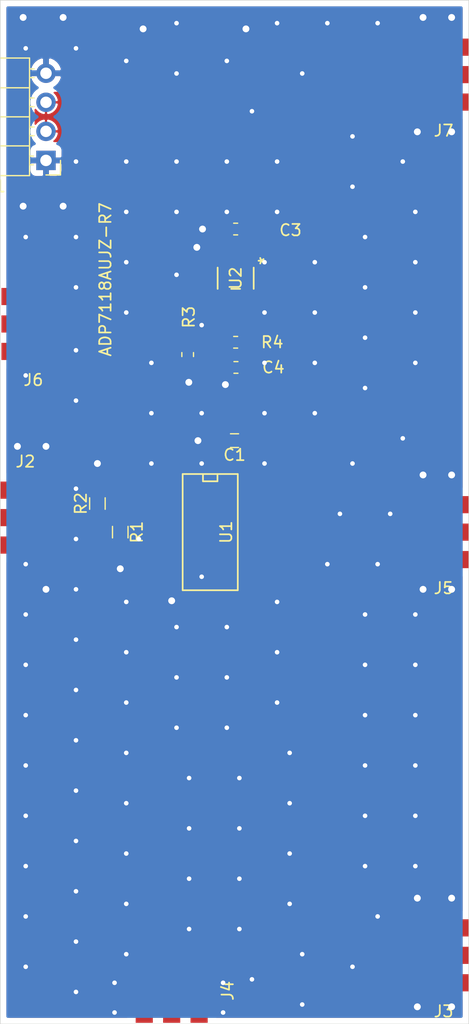
<source format=kicad_pcb>
(kicad_pcb (version 20171130) (host pcbnew "(5.1.9)-1")

  (general
    (thickness 1.6)
    (drawings 4)
    (tracks 241)
    (zones 0)
    (modules 16)
    (nets 12)
  )

  (page A4)
  (layers
    (0 F.Cu signal hide)
    (31 B.Cu signal hide)
    (32 B.Adhes user hide)
    (33 F.Adhes user hide)
    (34 B.Paste user hide)
    (35 F.Paste user hide)
    (36 B.SilkS user hide)
    (37 F.SilkS user)
    (38 B.Mask user hide)
    (39 F.Mask user)
    (40 Dwgs.User user hide)
    (41 Cmts.User user)
    (42 Eco1.User user hide)
    (43 Eco2.User user)
    (44 Edge.Cuts user)
    (45 Margin user)
    (46 B.CrtYd user)
    (47 F.CrtYd user)
    (48 B.Fab user)
    (49 F.Fab user)
  )

  (setup
    (last_trace_width 0.25)
    (user_trace_width 0.6)
    (user_trace_width 0.8)
    (user_trace_width 1)
    (user_trace_width 1.2)
    (trace_clearance 0.2)
    (zone_clearance 0.3)
    (zone_45_only no)
    (trace_min 0.2)
    (via_size 0.8)
    (via_drill 0.4)
    (via_min_size 0.4)
    (via_min_drill 0.3)
    (user_via 1 0.6)
    (uvia_size 0.3)
    (uvia_drill 0.1)
    (uvias_allowed no)
    (uvia_min_size 0.2)
    (uvia_min_drill 0.1)
    (edge_width 0.05)
    (segment_width 0.2)
    (pcb_text_width 0.3)
    (pcb_text_size 1.5 1.5)
    (mod_edge_width 0.12)
    (mod_text_size 1 1)
    (mod_text_width 0.15)
    (pad_size 5 1.5)
    (pad_drill 0)
    (pad_to_mask_clearance 0.051)
    (solder_mask_min_width 0.25)
    (aux_axis_origin 0 0)
    (visible_elements 7FFFFFFF)
    (pcbplotparams
      (layerselection 0x010c0_ffffffff)
      (usegerberextensions false)
      (usegerberattributes false)
      (usegerberadvancedattributes false)
      (creategerberjobfile false)
      (excludeedgelayer true)
      (linewidth 0.600000)
      (plotframeref false)
      (viasonmask false)
      (mode 1)
      (useauxorigin false)
      (hpglpennumber 1)
      (hpglpenspeed 20)
      (hpglpendiameter 15.000000)
      (psnegative false)
      (psa4output false)
      (plotreference true)
      (plotvalue true)
      (plotinvisibletext false)
      (padsonsilk false)
      (subtractmaskfromsilk false)
      (outputformat 1)
      (mirror false)
      (drillshape 0)
      (scaleselection 1)
      (outputdirectory "clk_dist_3out/"))
  )

  (net 0 "")
  (net 1 GND)
  (net 2 +6V)
  (net 3 "Net-(J2-Pad1)")
  (net 4 "Net-(J3-Pad1)")
  (net 5 "Net-(J5-Pad1)")
  (net 6 "Net-(J7-Pad1)")
  (net 7 VCC)
  (net 8 "Net-(R3-Pad1)")
  (net 9 "Net-(J4-Pad1)")
  (net 10 "Net-(J6-Pad1)")
  (net 11 "Net-(U1-Pad1)")

  (net_class Default "This is the default net class."
    (clearance 0.2)
    (trace_width 0.25)
    (via_dia 0.8)
    (via_drill 0.4)
    (uvia_dia 0.3)
    (uvia_drill 0.1)
    (add_net +6V)
    (add_net GND)
    (add_net "Net-(J2-Pad1)")
    (add_net "Net-(J3-Pad1)")
    (add_net "Net-(J4-Pad1)")
    (add_net "Net-(J5-Pad1)")
    (add_net "Net-(J6-Pad1)")
    (add_net "Net-(J7-Pad1)")
    (add_net "Net-(R3-Pad1)")
    (add_net "Net-(U1-Pad1)")
    (add_net VCC)
  )

  (module Capacitors_SMD:C_0603_HandSoldering (layer F.Cu) (tedit 5FB7DBBB) (tstamp 5FB7AAE7)
    (at 142 92 180)
    (descr "Capacitor SMD 0603, hand soldering")
    (tags "capacitor 0603")
    (path /5FBA48A8)
    (attr smd)
    (fp_text reference C1 (at 0 -1.25) (layer F.SilkS)
      (effects (font (size 1 1) (thickness 0.15)))
    )
    (fp_text value 100n (at 0 1.5) (layer F.Fab)
      (effects (font (size 1 1) (thickness 0.15)))
    )
    (fp_line (start -0.8 0.4) (end -0.8 -0.4) (layer F.Fab) (width 0.1))
    (fp_line (start 0.8 0.4) (end -0.8 0.4) (layer F.Fab) (width 0.1))
    (fp_line (start 0.8 -0.4) (end 0.8 0.4) (layer F.Fab) (width 0.1))
    (fp_line (start -0.8 -0.4) (end 0.8 -0.4) (layer F.Fab) (width 0.1))
    (fp_line (start -0.35 -0.6) (end 0.35 -0.6) (layer F.SilkS) (width 0.12))
    (fp_line (start 0.35 0.6) (end -0.35 0.6) (layer F.SilkS) (width 0.12))
    (fp_line (start -1.8 -0.65) (end 1.8 -0.65) (layer F.CrtYd) (width 0.05))
    (fp_line (start -1.8 -0.65) (end -1.8 0.65) (layer F.CrtYd) (width 0.05))
    (fp_line (start 1.8 0.65) (end 1.8 -0.65) (layer F.CrtYd) (width 0.05))
    (fp_line (start 1.8 0.65) (end -1.8 0.65) (layer F.CrtYd) (width 0.05))
    (fp_text user %R (at 0 -1.25) (layer F.Fab)
      (effects (font (size 1 1) (thickness 0.15)))
    )
    (pad 2 smd rect (at 0.95 0 180) (size 1.2 0.75) (layers F.Cu F.Paste F.Mask)
      (net 1 GND))
    (pad 1 smd rect (at -0.95 0 180) (size 1.2 0.75) (layers F.Cu F.Paste F.Mask)
      (net 7 VCC))
    (model Capacitors_SMD.3dshapes/C_0603.wrl
      (at (xyz 0 0 0))
      (scale (xyz 1 1 1))
      (rotate (xyz 0 0 0))
    )
  )

  (module Pin_Headers:Pin_Header_Angled_1x04_Pitch2.54mm (layer F.Cu) (tedit 59650532) (tstamp 5FB7AB34)
    (at 125.5 67.5 180)
    (descr "Through hole angled pin header, 1x04, 2.54mm pitch, 6mm pin length, single row")
    (tags "Through hole angled pin header THT 1x04 2.54mm single row")
    (path /5FBA64DC)
    (fp_text reference J1 (at 4.385 -2.27) (layer F.SilkS)
      (effects (font (size 1 1) (thickness 0.15)))
    )
    (fp_text value Conn_01x04 (at 4.385 9.89) (layer F.Fab)
      (effects (font (size 1 1) (thickness 0.15)))
    )
    (fp_line (start 2.135 -1.27) (end 4.04 -1.27) (layer F.Fab) (width 0.1))
    (fp_line (start 4.04 -1.27) (end 4.04 8.89) (layer F.Fab) (width 0.1))
    (fp_line (start 4.04 8.89) (end 1.5 8.89) (layer F.Fab) (width 0.1))
    (fp_line (start 1.5 8.89) (end 1.5 -0.635) (layer F.Fab) (width 0.1))
    (fp_line (start 1.5 -0.635) (end 2.135 -1.27) (layer F.Fab) (width 0.1))
    (fp_line (start -0.32 -0.32) (end 1.5 -0.32) (layer F.Fab) (width 0.1))
    (fp_line (start -0.32 -0.32) (end -0.32 0.32) (layer F.Fab) (width 0.1))
    (fp_line (start -0.32 0.32) (end 1.5 0.32) (layer F.Fab) (width 0.1))
    (fp_line (start 4.04 -0.32) (end 10.04 -0.32) (layer F.Fab) (width 0.1))
    (fp_line (start 10.04 -0.32) (end 10.04 0.32) (layer F.Fab) (width 0.1))
    (fp_line (start 4.04 0.32) (end 10.04 0.32) (layer F.Fab) (width 0.1))
    (fp_line (start -0.32 2.22) (end 1.5 2.22) (layer F.Fab) (width 0.1))
    (fp_line (start -0.32 2.22) (end -0.32 2.86) (layer F.Fab) (width 0.1))
    (fp_line (start -0.32 2.86) (end 1.5 2.86) (layer F.Fab) (width 0.1))
    (fp_line (start 4.04 2.22) (end 10.04 2.22) (layer F.Fab) (width 0.1))
    (fp_line (start 10.04 2.22) (end 10.04 2.86) (layer F.Fab) (width 0.1))
    (fp_line (start 4.04 2.86) (end 10.04 2.86) (layer F.Fab) (width 0.1))
    (fp_line (start -0.32 4.76) (end 1.5 4.76) (layer F.Fab) (width 0.1))
    (fp_line (start -0.32 4.76) (end -0.32 5.4) (layer F.Fab) (width 0.1))
    (fp_line (start -0.32 5.4) (end 1.5 5.4) (layer F.Fab) (width 0.1))
    (fp_line (start 4.04 4.76) (end 10.04 4.76) (layer F.Fab) (width 0.1))
    (fp_line (start 10.04 4.76) (end 10.04 5.4) (layer F.Fab) (width 0.1))
    (fp_line (start 4.04 5.4) (end 10.04 5.4) (layer F.Fab) (width 0.1))
    (fp_line (start -0.32 7.3) (end 1.5 7.3) (layer F.Fab) (width 0.1))
    (fp_line (start -0.32 7.3) (end -0.32 7.94) (layer F.Fab) (width 0.1))
    (fp_line (start -0.32 7.94) (end 1.5 7.94) (layer F.Fab) (width 0.1))
    (fp_line (start 4.04 7.3) (end 10.04 7.3) (layer F.Fab) (width 0.1))
    (fp_line (start 10.04 7.3) (end 10.04 7.94) (layer F.Fab) (width 0.1))
    (fp_line (start 4.04 7.94) (end 10.04 7.94) (layer F.Fab) (width 0.1))
    (fp_line (start 1.44 -1.33) (end 1.44 8.95) (layer F.SilkS) (width 0.12))
    (fp_line (start 1.44 8.95) (end 4.1 8.95) (layer F.SilkS) (width 0.12))
    (fp_line (start 4.1 8.95) (end 4.1 -1.33) (layer F.SilkS) (width 0.12))
    (fp_line (start 4.1 -1.33) (end 1.44 -1.33) (layer F.SilkS) (width 0.12))
    (fp_line (start 4.1 -0.38) (end 10.1 -0.38) (layer F.SilkS) (width 0.12))
    (fp_line (start 10.1 -0.38) (end 10.1 0.38) (layer F.SilkS) (width 0.12))
    (fp_line (start 10.1 0.38) (end 4.1 0.38) (layer F.SilkS) (width 0.12))
    (fp_line (start 4.1 -0.32) (end 10.1 -0.32) (layer F.SilkS) (width 0.12))
    (fp_line (start 4.1 -0.2) (end 10.1 -0.2) (layer F.SilkS) (width 0.12))
    (fp_line (start 4.1 -0.08) (end 10.1 -0.08) (layer F.SilkS) (width 0.12))
    (fp_line (start 4.1 0.04) (end 10.1 0.04) (layer F.SilkS) (width 0.12))
    (fp_line (start 4.1 0.16) (end 10.1 0.16) (layer F.SilkS) (width 0.12))
    (fp_line (start 4.1 0.28) (end 10.1 0.28) (layer F.SilkS) (width 0.12))
    (fp_line (start 1.11 -0.38) (end 1.44 -0.38) (layer F.SilkS) (width 0.12))
    (fp_line (start 1.11 0.38) (end 1.44 0.38) (layer F.SilkS) (width 0.12))
    (fp_line (start 1.44 1.27) (end 4.1 1.27) (layer F.SilkS) (width 0.12))
    (fp_line (start 4.1 2.16) (end 10.1 2.16) (layer F.SilkS) (width 0.12))
    (fp_line (start 10.1 2.16) (end 10.1 2.92) (layer F.SilkS) (width 0.12))
    (fp_line (start 10.1 2.92) (end 4.1 2.92) (layer F.SilkS) (width 0.12))
    (fp_line (start 1.042929 2.16) (end 1.44 2.16) (layer F.SilkS) (width 0.12))
    (fp_line (start 1.042929 2.92) (end 1.44 2.92) (layer F.SilkS) (width 0.12))
    (fp_line (start 1.44 3.81) (end 4.1 3.81) (layer F.SilkS) (width 0.12))
    (fp_line (start 4.1 4.7) (end 10.1 4.7) (layer F.SilkS) (width 0.12))
    (fp_line (start 10.1 4.7) (end 10.1 5.46) (layer F.SilkS) (width 0.12))
    (fp_line (start 10.1 5.46) (end 4.1 5.46) (layer F.SilkS) (width 0.12))
    (fp_line (start 1.042929 4.7) (end 1.44 4.7) (layer F.SilkS) (width 0.12))
    (fp_line (start 1.042929 5.46) (end 1.44 5.46) (layer F.SilkS) (width 0.12))
    (fp_line (start 1.44 6.35) (end 4.1 6.35) (layer F.SilkS) (width 0.12))
    (fp_line (start 4.1 7.24) (end 10.1 7.24) (layer F.SilkS) (width 0.12))
    (fp_line (start 10.1 7.24) (end 10.1 8) (layer F.SilkS) (width 0.12))
    (fp_line (start 10.1 8) (end 4.1 8) (layer F.SilkS) (width 0.12))
    (fp_line (start 1.042929 7.24) (end 1.44 7.24) (layer F.SilkS) (width 0.12))
    (fp_line (start 1.042929 8) (end 1.44 8) (layer F.SilkS) (width 0.12))
    (fp_line (start -1.27 0) (end -1.27 -1.27) (layer F.SilkS) (width 0.12))
    (fp_line (start -1.27 -1.27) (end 0 -1.27) (layer F.SilkS) (width 0.12))
    (fp_line (start -1.8 -1.8) (end -1.8 9.4) (layer F.CrtYd) (width 0.05))
    (fp_line (start -1.8 9.4) (end 10.55 9.4) (layer F.CrtYd) (width 0.05))
    (fp_line (start 10.55 9.4) (end 10.55 -1.8) (layer F.CrtYd) (width 0.05))
    (fp_line (start 10.55 -1.8) (end -1.8 -1.8) (layer F.CrtYd) (width 0.05))
    (fp_text user %R (at 2.77 3.81 90) (layer F.Fab)
      (effects (font (size 1 1) (thickness 0.15)))
    )
    (pad 4 thru_hole oval (at 0 7.62 180) (size 1.7 1.7) (drill 1) (layers *.Cu *.Mask)
      (net 1 GND))
    (pad 3 thru_hole oval (at 0 5.08 180) (size 1.7 1.7) (drill 1) (layers *.Cu *.Mask)
      (net 2 +6V))
    (pad 2 thru_hole oval (at 0 2.54 180) (size 1.7 1.7) (drill 1) (layers *.Cu *.Mask)
      (net 2 +6V))
    (pad 1 thru_hole rect (at 0 0 180) (size 1.7 1.7) (drill 1) (layers *.Cu *.Mask)
      (net 1 GND))
    (model ${KISYS3DMOD}/Pin_Headers.3dshapes/Pin_Header_Angled_1x04_Pitch2.54mm.wrl
      (at (xyz 0 0 0))
      (scale (xyz 1 1 1))
      (rotate (xyz 0 0 0))
    )
  )

  (module wireless:SMA_end_RS_170-6954 (layer F.Cu) (tedit 5E55613F) (tstamp 5FB7AB3B)
    (at 124 98.73 180)
    (path /5FB9CACB)
    (fp_text reference J2 (at 0.3 4.9) (layer F.SilkS)
      (effects (font (size 1 1) (thickness 0.15)))
    )
    (fp_text value SMA (at 0 -4.8) (layer F.Fab)
      (effects (font (size 1 1) (thickness 0.15)))
    )
    (pad 1 smd rect (at 0 0 180) (size 5 1.5) (layers F.Cu F.Paste F.Mask)
      (net 3 "Net-(J2-Pad1)"))
    (pad 2 smd rect (at 0 -2.4 180) (size 5 1.5) (layers F.Cu F.Paste F.Mask)
      (net 1 GND))
    (pad 2 smd rect (at 0 2.4 180) (size 5 1.5) (layers F.Cu F.Paste F.Mask)
      (net 1 GND))
  )

  (module wireless:SMA_end_RS_170-6954 (layer F.Cu) (tedit 5FFC7BD0) (tstamp 5FB7AB42)
    (at 160 137)
    (path /5FB9D458)
    (fp_text reference J3 (at 0.3 4.9) (layer F.SilkS)
      (effects (font (size 1 1) (thickness 0.15)))
    )
    (fp_text value SMA (at 0 -4.8) (layer F.Fab)
      (effects (font (size 1 1) (thickness 0.15)))
    )
    (pad 2 smd rect (at 0 2.4) (size 5 1.5) (layers F.Cu F.Paste F.Mask)
      (net 1 GND))
    (pad 2 smd rect (at 0 -2.4) (size 5 1.5) (layers F.Cu F.Paste F.Mask)
      (net 1 GND))
    (pad 1 smd rect (at 0 0) (size 5 1.5) (layers F.Cu F.Paste F.Mask)
      (net 4 "Net-(J3-Pad1)"))
  )

  (module wireless:SMA_end_RS_170-6954 (layer F.Cu) (tedit 5FFC7BC5) (tstamp 5FB7AB50)
    (at 160 100)
    (path /5FB9E3A1)
    (fp_text reference J5 (at 0.3 4.9) (layer F.SilkS)
      (effects (font (size 1 1) (thickness 0.15)))
    )
    (fp_text value SMA (at 0 -4.8) (layer F.Fab)
      (effects (font (size 1 1) (thickness 0.15)))
    )
    (pad 2 smd rect (at 0 2.4) (size 5 1.5) (layers F.Cu F.Paste F.Mask)
      (net 1 GND))
    (pad 2 smd rect (at 0 -2.4) (size 5 1.5) (layers F.Cu F.Paste F.Mask)
      (net 1 GND))
    (pad 1 smd rect (at 0 0) (size 5 1.5) (layers F.Cu F.Paste F.Mask)
      (net 5 "Net-(J5-Pad1)"))
  )

  (module wireless:SMA_end_RS_170-6954 (layer F.Cu) (tedit 5E55613F) (tstamp 5FB7AB5E)
    (at 160 60)
    (path /5FB9EB66)
    (fp_text reference J7 (at 0.3 4.9) (layer F.SilkS)
      (effects (font (size 1 1) (thickness 0.15)))
    )
    (fp_text value SMA (at 0 -4.8) (layer F.Fab)
      (effects (font (size 1 1) (thickness 0.15)))
    )
    (pad 2 smd rect (at 0 2.4) (size 5 1.5) (layers F.Cu F.Paste F.Mask)
      (net 1 GND))
    (pad 2 smd rect (at 0 -2.4) (size 5 1.5) (layers F.Cu F.Paste F.Mask)
      (net 1 GND))
    (pad 1 smd rect (at 0 0) (size 5 1.5) (layers F.Cu F.Paste F.Mask)
      (net 6 "Net-(J7-Pad1)"))
  )

  (module SMD_Packages:SOIC-14_N (layer F.Cu) (tedit 5FB7DA3C) (tstamp 5FB7AE3E)
    (at 140 100 270)
    (descr "Module CMS SOJ 14 pins Large")
    (tags "CMS SOJ")
    (path /5FB8CA6C)
    (attr smd)
    (fp_text reference U1 (at 0 -1.27 90) (layer F.SilkS)
      (effects (font (size 1 1) (thickness 0.15)))
    )
    (fp_text value 74HC04 (at 0 1.27 270) (layer F.Fab)
      (effects (font (size 1 1) (thickness 0.15)))
    )
    (fp_line (start 5.08 -2.286) (end 5.08 2.54) (layer F.SilkS) (width 0.15))
    (fp_line (start 5.08 2.54) (end -5.08 2.54) (layer F.SilkS) (width 0.15))
    (fp_line (start -5.08 2.54) (end -5.08 -2.286) (layer F.SilkS) (width 0.15))
    (fp_line (start -5.08 -2.286) (end 5.08 -2.286) (layer F.SilkS) (width 0.15))
    (fp_line (start -5.08 -0.508) (end -4.445 -0.508) (layer F.SilkS) (width 0.15))
    (fp_line (start -4.445 -0.508) (end -4.445 0.762) (layer F.SilkS) (width 0.15))
    (fp_line (start -4.445 0.762) (end -5.08 0.762) (layer F.SilkS) (width 0.15))
    (pad 10 smd rect (at 1.27 -3.048 270) (size 0.508 1.5) (layers F.Cu F.Paste F.Mask)
      (net 5 "Net-(J5-Pad1)"))
    (pad 14 smd rect (at -3.81 -3.048 270) (size 0.508 2) (layers F.Cu F.Paste F.Mask)
      (net 7 VCC))
    (pad 13 smd rect (at -2.54 -3.048 270) (size 0.508 2) (layers F.Cu F.Paste F.Mask)
      (net 11 "Net-(U1-Pad1)"))
    (pad 12 smd rect (at -1.27 -3.048 270) (size 0.508 2) (layers F.Cu F.Paste F.Mask)
      (net 6 "Net-(J7-Pad1)"))
    (pad 11 smd rect (at 0 -3.048 270) (size 0.508 2) (layers F.Cu F.Paste F.Mask)
      (net 11 "Net-(U1-Pad1)"))
    (pad 9 smd rect (at 2.54 -3.048 270) (size 0.508 2) (layers F.Cu F.Paste F.Mask)
      (net 11 "Net-(U1-Pad1)"))
    (pad 8 smd rect (at 3.81 -3.048 270) (size 0.508 2) (layers F.Cu F.Paste F.Mask)
      (net 4 "Net-(J3-Pad1)"))
    (pad 7 smd rect (at 3.81 3.302 270) (size 0.508 2) (layers F.Cu F.Paste F.Mask)
      (net 1 GND))
    (pad 6 smd rect (at 2.54 3.302 270) (size 0.508 2) (layers F.Cu F.Paste F.Mask)
      (net 9 "Net-(J4-Pad1)"))
    (pad 5 smd rect (at 1.27 3.302 270) (size 0.508 2) (layers F.Cu F.Paste F.Mask)
      (net 11 "Net-(U1-Pad1)"))
    (pad 4 smd rect (at 0 3.302 270) (size 0.508 2) (layers F.Cu F.Paste F.Mask)
      (net 11 "Net-(U1-Pad1)"))
    (pad 3 smd rect (at -1.27 3.302 270) (size 0.508 2) (layers F.Cu F.Paste F.Mask)
      (net 3 "Net-(J2-Pad1)"))
    (pad 2 smd rect (at -2.54 3.302 270) (size 0.508 2) (layers F.Cu F.Paste F.Mask)
      (net 10 "Net-(J6-Pad1)"))
    (pad 1 smd rect (at -3.81 3.302 270) (size 0.508 2) (layers F.Cu F.Paste F.Mask)
      (net 11 "Net-(U1-Pad1)"))
    (model SMD_Packages.3dshapes/SOIC-14_N.wrl
      (at (xyz 0 0 0))
      (scale (xyz 0.5 0.4 0.5))
      (rotate (xyz 0 0 0))
    )
  )

  (module Resistors_SMD:R_0603_HandSoldering (layer F.Cu) (tedit 58E0A804) (tstamp 5FB7D2E6)
    (at 132 100 270)
    (descr "Resistor SMD 0603, hand soldering")
    (tags "resistor 0603")
    (path /5FBBB427)
    (attr smd)
    (fp_text reference R1 (at 0 -1.45 90) (layer F.SilkS)
      (effects (font (size 1 1) (thickness 0.15)))
    )
    (fp_text value 50R (at 3.9 -0.3 90) (layer F.Fab)
      (effects (font (size 1 1) (thickness 0.15)))
    )
    (fp_line (start 1.95 0.7) (end -1.96 0.7) (layer F.CrtYd) (width 0.05))
    (fp_line (start 1.95 0.7) (end 1.95 -0.7) (layer F.CrtYd) (width 0.05))
    (fp_line (start -1.96 -0.7) (end -1.96 0.7) (layer F.CrtYd) (width 0.05))
    (fp_line (start -1.96 -0.7) (end 1.95 -0.7) (layer F.CrtYd) (width 0.05))
    (fp_line (start -0.5 -0.68) (end 0.5 -0.68) (layer F.SilkS) (width 0.12))
    (fp_line (start 0.5 0.68) (end -0.5 0.68) (layer F.SilkS) (width 0.12))
    (fp_line (start -0.8 -0.4) (end 0.8 -0.4) (layer F.Fab) (width 0.1))
    (fp_line (start 0.8 -0.4) (end 0.8 0.4) (layer F.Fab) (width 0.1))
    (fp_line (start 0.8 0.4) (end -0.8 0.4) (layer F.Fab) (width 0.1))
    (fp_line (start -0.8 0.4) (end -0.8 -0.4) (layer F.Fab) (width 0.1))
    (fp_text user %R (at 0 0 90) (layer F.Fab)
      (effects (font (size 0.4 0.4) (thickness 0.075)))
    )
    (pad 1 smd rect (at -1.1 0 270) (size 1.2 0.9) (layers F.Cu F.Paste F.Mask)
      (net 3 "Net-(J2-Pad1)"))
    (pad 2 smd rect (at 1.1 0 270) (size 1.2 0.9) (layers F.Cu F.Paste F.Mask)
      (net 1 GND))
    (model ${KISYS3DMOD}/Resistors_SMD.3dshapes/R_0603.wrl
      (at (xyz 0 0 0))
      (scale (xyz 1 1 1))
      (rotate (xyz 0 0 0))
    )
  )

  (module Resistors_SMD:R_0603_HandSoldering (layer F.Cu) (tedit 58E0A804) (tstamp 5FB7D2F7)
    (at 130 97.5 90)
    (descr "Resistor SMD 0603, hand soldering")
    (tags "resistor 0603")
    (path /5FBB9AB3)
    (attr smd)
    (fp_text reference R2 (at 0 -1.45 90) (layer F.SilkS)
      (effects (font (size 1 1) (thickness 0.15)))
    )
    (fp_text value 50R (at 4.3 -0.1 90) (layer F.Fab)
      (effects (font (size 1 1) (thickness 0.15)))
    )
    (fp_line (start -0.8 0.4) (end -0.8 -0.4) (layer F.Fab) (width 0.1))
    (fp_line (start 0.8 0.4) (end -0.8 0.4) (layer F.Fab) (width 0.1))
    (fp_line (start 0.8 -0.4) (end 0.8 0.4) (layer F.Fab) (width 0.1))
    (fp_line (start -0.8 -0.4) (end 0.8 -0.4) (layer F.Fab) (width 0.1))
    (fp_line (start 0.5 0.68) (end -0.5 0.68) (layer F.SilkS) (width 0.12))
    (fp_line (start -0.5 -0.68) (end 0.5 -0.68) (layer F.SilkS) (width 0.12))
    (fp_line (start -1.96 -0.7) (end 1.95 -0.7) (layer F.CrtYd) (width 0.05))
    (fp_line (start -1.96 -0.7) (end -1.96 0.7) (layer F.CrtYd) (width 0.05))
    (fp_line (start 1.95 0.7) (end 1.95 -0.7) (layer F.CrtYd) (width 0.05))
    (fp_line (start 1.95 0.7) (end -1.96 0.7) (layer F.CrtYd) (width 0.05))
    (fp_text user %R (at 0 0 90) (layer F.Fab)
      (effects (font (size 0.4 0.4) (thickness 0.075)))
    )
    (pad 2 smd rect (at 1.1 0 90) (size 1.2 0.9) (layers F.Cu F.Paste F.Mask)
      (net 1 GND))
    (pad 1 smd rect (at -1.1 0 90) (size 1.2 0.9) (layers F.Cu F.Paste F.Mask)
      (net 3 "Net-(J2-Pad1)"))
    (model ${KISYS3DMOD}/Resistors_SMD.3dshapes/R_0603.wrl
      (at (xyz 0 0 0))
      (scale (xyz 1 1 1))
      (rotate (xyz 0 0 0))
    )
  )

  (module Capacitor_SMD:C_0603_1608Metric_Pad1.05x0.95mm_HandSolder (layer F.Cu) (tedit 5B301BBE) (tstamp 5FBBF908)
    (at 142.1 73.5 180)
    (descr "Capacitor SMD 0603 (1608 Metric), square (rectangular) end terminal, IPC_7351 nominal with elongated pad for handsoldering. (Body size source: http://www.tortai-tech.com/upload/download/2011102023233369053.pdf), generated with kicad-footprint-generator")
    (tags "capacitor handsolder")
    (path /5FBD1BF1)
    (attr smd)
    (fp_text reference C3 (at -4.8 -0.1) (layer F.SilkS)
      (effects (font (size 1 1) (thickness 0.15)))
    )
    (fp_text value 2u2 (at 0 1.43) (layer F.Fab)
      (effects (font (size 1 1) (thickness 0.15)))
    )
    (fp_line (start 1.65 0.73) (end -1.65 0.73) (layer F.CrtYd) (width 0.05))
    (fp_line (start 1.65 -0.73) (end 1.65 0.73) (layer F.CrtYd) (width 0.05))
    (fp_line (start -1.65 -0.73) (end 1.65 -0.73) (layer F.CrtYd) (width 0.05))
    (fp_line (start -1.65 0.73) (end -1.65 -0.73) (layer F.CrtYd) (width 0.05))
    (fp_line (start -0.171267 0.51) (end 0.171267 0.51) (layer F.SilkS) (width 0.12))
    (fp_line (start -0.171267 -0.51) (end 0.171267 -0.51) (layer F.SilkS) (width 0.12))
    (fp_line (start 0.8 0.4) (end -0.8 0.4) (layer F.Fab) (width 0.1))
    (fp_line (start 0.8 -0.4) (end 0.8 0.4) (layer F.Fab) (width 0.1))
    (fp_line (start -0.8 -0.4) (end 0.8 -0.4) (layer F.Fab) (width 0.1))
    (fp_line (start -0.8 0.4) (end -0.8 -0.4) (layer F.Fab) (width 0.1))
    (fp_text user %R (at 0.675 0.1) (layer F.Fab)
      (effects (font (size 0.4 0.4) (thickness 0.06)))
    )
    (pad 1 smd roundrect (at -0.875 0 180) (size 1.05 0.95) (layers F.Cu F.Paste F.Mask) (roundrect_rratio 0.25)
      (net 2 +6V))
    (pad 2 smd roundrect (at 0.875 0 180) (size 1.05 0.95) (layers F.Cu F.Paste F.Mask) (roundrect_rratio 0.25)
      (net 1 GND))
    (model ${KISYS3DMOD}/Capacitor_SMD.3dshapes/C_0603_1608Metric.wrl
      (at (xyz 0 0 0))
      (scale (xyz 1 1 1))
      (rotate (xyz 0 0 0))
    )
  )

  (module Capacitor_SMD:C_0603_1608Metric_Pad1.05x0.95mm_HandSolder (layer F.Cu) (tedit 5B301BBE) (tstamp 5FBBF919)
    (at 142.125 85.6 180)
    (descr "Capacitor SMD 0603 (1608 Metric), square (rectangular) end terminal, IPC_7351 nominal with elongated pad for handsoldering. (Body size source: http://www.tortai-tech.com/upload/download/2011102023233369053.pdf), generated with kicad-footprint-generator")
    (tags "capacitor handsolder")
    (path /5FBD238E)
    (attr smd)
    (fp_text reference C4 (at -3.275 0) (layer F.SilkS)
      (effects (font (size 1 1) (thickness 0.15)))
    )
    (fp_text value 2u2 (at -6.575 0) (layer F.Fab)
      (effects (font (size 1 1) (thickness 0.15)))
    )
    (fp_line (start -0.8 0.4) (end -0.8 -0.4) (layer F.Fab) (width 0.1))
    (fp_line (start -0.8 -0.4) (end 0.8 -0.4) (layer F.Fab) (width 0.1))
    (fp_line (start 0.8 -0.4) (end 0.8 0.4) (layer F.Fab) (width 0.1))
    (fp_line (start 0.8 0.4) (end -0.8 0.4) (layer F.Fab) (width 0.1))
    (fp_line (start -0.171267 -0.51) (end 0.171267 -0.51) (layer F.SilkS) (width 0.12))
    (fp_line (start -0.171267 0.51) (end 0.171267 0.51) (layer F.SilkS) (width 0.12))
    (fp_line (start -1.65 0.73) (end -1.65 -0.73) (layer F.CrtYd) (width 0.05))
    (fp_line (start -1.65 -0.73) (end 1.65 -0.73) (layer F.CrtYd) (width 0.05))
    (fp_line (start 1.65 -0.73) (end 1.65 0.73) (layer F.CrtYd) (width 0.05))
    (fp_line (start 1.65 0.73) (end -1.65 0.73) (layer F.CrtYd) (width 0.05))
    (fp_text user %R (at -0.135001 -0.355001) (layer F.Fab)
      (effects (font (size 0.4 0.4) (thickness 0.06)))
    )
    (pad 2 smd roundrect (at 0.875 0 180) (size 1.05 0.95) (layers F.Cu F.Paste F.Mask) (roundrect_rratio 0.25)
      (net 1 GND))
    (pad 1 smd roundrect (at -0.875 0 180) (size 1.05 0.95) (layers F.Cu F.Paste F.Mask) (roundrect_rratio 0.25)
      (net 7 VCC))
    (model ${KISYS3DMOD}/Capacitor_SMD.3dshapes/C_0603_1608Metric.wrl
      (at (xyz 0 0 0))
      (scale (xyz 1 1 1))
      (rotate (xyz 0 0 0))
    )
  )

  (module Resistor_SMD:R_0603_1608Metric_Pad1.05x0.95mm_HandSolder (layer F.Cu) (tedit 5B301BBD) (tstamp 5FBBF92A)
    (at 137.9 84.475 270)
    (descr "Resistor SMD 0603 (1608 Metric), square (rectangular) end terminal, IPC_7351 nominal with elongated pad for handsoldering. (Body size source: http://www.tortai-tech.com/upload/download/2011102023233369053.pdf), generated with kicad-footprint-generator")
    (tags "resistor handsolder")
    (path /5FBD33F9)
    (attr smd)
    (fp_text reference R3 (at -3.275 -0.1 90) (layer F.SilkS)
      (effects (font (size 1 1) (thickness 0.15)))
    )
    (fp_text value 7k (at 0 1.43 90) (layer F.Fab)
      (effects (font (size 1 1) (thickness 0.15)))
    )
    (fp_line (start -0.8 0.4) (end -0.8 -0.4) (layer F.Fab) (width 0.1))
    (fp_line (start -0.8 -0.4) (end 0.8 -0.4) (layer F.Fab) (width 0.1))
    (fp_line (start 0.8 -0.4) (end 0.8 0.4) (layer F.Fab) (width 0.1))
    (fp_line (start 0.8 0.4) (end -0.8 0.4) (layer F.Fab) (width 0.1))
    (fp_line (start -0.171267 -0.51) (end 0.171267 -0.51) (layer F.SilkS) (width 0.12))
    (fp_line (start -0.171267 0.51) (end 0.171267 0.51) (layer F.SilkS) (width 0.12))
    (fp_line (start -1.65 0.73) (end -1.65 -0.73) (layer F.CrtYd) (width 0.05))
    (fp_line (start -1.65 -0.73) (end 1.65 -0.73) (layer F.CrtYd) (width 0.05))
    (fp_line (start 1.65 -0.73) (end 1.65 0.73) (layer F.CrtYd) (width 0.05))
    (fp_line (start 1.65 0.73) (end -1.65 0.73) (layer F.CrtYd) (width 0.05))
    (fp_text user %R (at 0 0 90) (layer F.Fab)
      (effects (font (size 0.4 0.4) (thickness 0.06)))
    )
    (pad 2 smd roundrect (at 0.875 0 270) (size 1.05 0.95) (layers F.Cu F.Paste F.Mask) (roundrect_rratio 0.25)
      (net 1 GND))
    (pad 1 smd roundrect (at -0.875 0 270) (size 1.05 0.95) (layers F.Cu F.Paste F.Mask) (roundrect_rratio 0.25)
      (net 8 "Net-(R3-Pad1)"))
    (model ${KISYS3DMOD}/Resistor_SMD.3dshapes/R_0603_1608Metric.wrl
      (at (xyz 0 0 0))
      (scale (xyz 1 1 1))
      (rotate (xyz 0 0 0))
    )
  )

  (module Resistor_SMD:R_0603_1608Metric_Pad1.05x0.95mm_HandSolder (layer F.Cu) (tedit 5B301BBD) (tstamp 5FBBF93B)
    (at 142.1 83.4 180)
    (descr "Resistor SMD 0603 (1608 Metric), square (rectangular) end terminal, IPC_7351 nominal with elongated pad for handsoldering. (Body size source: http://www.tortai-tech.com/upload/download/2011102023233369053.pdf), generated with kicad-footprint-generator")
    (tags "resistor handsolder")
    (path /5FBD2A0C)
    (attr smd)
    (fp_text reference R4 (at -3.2 0) (layer F.SilkS)
      (effects (font (size 1 1) (thickness 0.15)))
    )
    (fp_text value 20k (at -6.5 0.1) (layer F.Fab)
      (effects (font (size 1 1) (thickness 0.15)))
    )
    (fp_line (start 1.65 0.73) (end -1.65 0.73) (layer F.CrtYd) (width 0.05))
    (fp_line (start 1.65 -0.73) (end 1.65 0.73) (layer F.CrtYd) (width 0.05))
    (fp_line (start -1.65 -0.73) (end 1.65 -0.73) (layer F.CrtYd) (width 0.05))
    (fp_line (start -1.65 0.73) (end -1.65 -0.73) (layer F.CrtYd) (width 0.05))
    (fp_line (start -0.171267 0.51) (end 0.171267 0.51) (layer F.SilkS) (width 0.12))
    (fp_line (start -0.171267 -0.51) (end 0.171267 -0.51) (layer F.SilkS) (width 0.12))
    (fp_line (start 0.8 0.4) (end -0.8 0.4) (layer F.Fab) (width 0.1))
    (fp_line (start 0.8 -0.4) (end 0.8 0.4) (layer F.Fab) (width 0.1))
    (fp_line (start -0.8 -0.4) (end 0.8 -0.4) (layer F.Fab) (width 0.1))
    (fp_line (start -0.8 0.4) (end -0.8 -0.4) (layer F.Fab) (width 0.1))
    (fp_text user %R (at -0.075 0) (layer F.Fab)
      (effects (font (size 0.4 0.4) (thickness 0.06)))
    )
    (pad 1 smd roundrect (at -0.875 0 180) (size 1.05 0.95) (layers F.Cu F.Paste F.Mask) (roundrect_rratio 0.25)
      (net 7 VCC))
    (pad 2 smd roundrect (at 0.875 0 180) (size 1.05 0.95) (layers F.Cu F.Paste F.Mask) (roundrect_rratio 0.25)
      (net 8 "Net-(R3-Pad1)"))
    (model ${KISYS3DMOD}/Resistor_SMD.3dshapes/R_0603_1608Metric.wrl
      (at (xyz 0 0 0))
      (scale (xyz 1 1 1))
      (rotate (xyz 0 0 0))
    )
  )

  (module ADP7118AUJZR7:ADP7118AUJZ-R7 (layer F.Cu) (tedit 0) (tstamp 5FBBF974)
    (at 142.1 77.8 270)
    (path /5FBCE867)
    (fp_text reference U2 (at 0 0 90) (layer F.SilkS)
      (effects (font (size 1 1) (thickness 0.15)))
    )
    (fp_text value ADP7118AUJZ-R7 (at 0.1 11.4 90) (layer F.SilkS)
      (effects (font (size 1 1) (thickness 0.15)))
    )
    (fp_line (start 1.054 1.704) (end -1.054 1.704) (layer F.CrtYd) (width 0.1524))
    (fp_line (start 1.054 1.434) (end 1.054 1.704) (layer F.CrtYd) (width 0.1524))
    (fp_line (start 2.003999 1.434) (end 1.054 1.434) (layer F.CrtYd) (width 0.1524))
    (fp_line (start 2.003999 -1.434) (end 2.003999 1.434) (layer F.CrtYd) (width 0.1524))
    (fp_line (start 1.054 -1.434) (end 2.003999 -1.434) (layer F.CrtYd) (width 0.1524))
    (fp_line (start 1.054 -1.704) (end 1.054 -1.434) (layer F.CrtYd) (width 0.1524))
    (fp_line (start -1.054 -1.704) (end 1.054 -1.704) (layer F.CrtYd) (width 0.1524))
    (fp_line (start -1.054 -1.434) (end -1.054 -1.704) (layer F.CrtYd) (width 0.1524))
    (fp_line (start -2.003999 -1.434) (end -1.054 -1.434) (layer F.CrtYd) (width 0.1524))
    (fp_line (start -2.003999 1.434) (end -2.003999 -1.434) (layer F.CrtYd) (width 0.1524))
    (fp_line (start -1.054 1.434) (end -2.003999 1.434) (layer F.CrtYd) (width 0.1524))
    (fp_line (start -1.054 1.704) (end -1.054 1.434) (layer F.CrtYd) (width 0.1524))
    (fp_line (start 1.4 -1.2) (end 0.8 -1.2) (layer F.Fab) (width 0.1524))
    (fp_line (start 1.4 -0.7) (end 1.4 -1.2) (layer F.Fab) (width 0.1524))
    (fp_line (start 0.8 -0.7) (end 1.4 -0.7) (layer F.Fab) (width 0.1524))
    (fp_line (start 0.8 -1.2) (end 0.8 -0.7) (layer F.Fab) (width 0.1524))
    (fp_line (start 1.4 0.7) (end 0.8 0.7) (layer F.Fab) (width 0.1524))
    (fp_line (start 1.4 1.2) (end 1.4 0.7) (layer F.Fab) (width 0.1524))
    (fp_line (start 0.8 1.2) (end 1.4 1.2) (layer F.Fab) (width 0.1524))
    (fp_line (start 0.8 0.7) (end 0.8 1.2) (layer F.Fab) (width 0.1524))
    (fp_line (start -1.4 1.2) (end -0.8 1.2) (layer F.Fab) (width 0.1524))
    (fp_line (start -1.4 0.7) (end -1.4 1.2) (layer F.Fab) (width 0.1524))
    (fp_line (start -0.8 0.7) (end -1.4 0.7) (layer F.Fab) (width 0.1524))
    (fp_line (start -0.8 1.2) (end -0.8 0.7) (layer F.Fab) (width 0.1524))
    (fp_line (start -1.4 0.25) (end -0.8 0.25) (layer F.Fab) (width 0.1524))
    (fp_line (start -1.4 -0.25) (end -1.4 0.25) (layer F.Fab) (width 0.1524))
    (fp_line (start -0.8 -0.25) (end -1.4 -0.25) (layer F.Fab) (width 0.1524))
    (fp_line (start -0.8 0.25) (end -0.8 -0.25) (layer F.Fab) (width 0.1524))
    (fp_line (start -1.4 -0.7) (end -0.8 -0.7) (layer F.Fab) (width 0.1524))
    (fp_line (start -1.4 -1.2) (end -1.4 -0.7) (layer F.Fab) (width 0.1524))
    (fp_line (start -0.8 -1.2) (end -1.4 -1.2) (layer F.Fab) (width 0.1524))
    (fp_line (start -0.8 -0.7) (end -0.8 -1.2) (layer F.Fab) (width 0.1524))
    (fp_line (start -0.8 -1.45) (end -0.8 1.45) (layer F.Fab) (width 0.1524))
    (fp_line (start 0.8 -1.45) (end -0.8 -1.45) (layer F.Fab) (width 0.1524))
    (fp_line (start 0.8 1.45) (end 0.8 -1.45) (layer F.Fab) (width 0.1524))
    (fp_line (start -0.8 1.45) (end 0.8 1.45) (layer F.Fab) (width 0.1524))
    (fp_line (start 0.927 -1.577) (end -0.927 -1.577) (layer F.SilkS) (width 0.1524))
    (fp_line (start 0.927 0.387261) (end 0.927 -0.387261) (layer F.SilkS) (width 0.1524))
    (fp_line (start -0.927 1.577) (end 0.927 1.577) (layer F.SilkS) (width 0.1524))
    (fp_text user "Copyright 2016 Accelerated Designs. All rights reserved." (at 0 0 90) (layer Cmts.User)
      (effects (font (size 0.127 0.127) (thickness 0.002)))
    )
    (fp_text user * (at -1.529 -2.553 90) (layer F.SilkS)
      (effects (font (size 1 1) (thickness 0.15)))
    )
    (fp_text user * (at -0.546 -1.5878 90) (layer F.Fab)
      (effects (font (size 1 1) (thickness 0.15)))
    )
    (fp_text user 0.1in/2.55mm (at 0 -5.767999 90) (layer Dwgs.User)
      (effects (font (size 1 1) (thickness 0.15)))
    )
    (fp_text user 0.037in/0.95mm (at -4.323 -0.475 90) (layer Dwgs.User)
      (effects (font (size 1 1) (thickness 0.15)))
    )
    (fp_text user 0.037in/0.95mm (at -1.1 3.862999 90) (layer Dwgs.User)
      (effects (font (size 1 1) (thickness 0.15)))
    )
    (fp_text user * (at -0.546 -1.5878 90) (layer F.Fab)
      (effects (font (size 1 1) (thickness 0.15)))
    )
    (fp_text user * (at -1.529 -2.553 90) (layer F.SilkS)
      (effects (font (size 1 1) (thickness 0.15)))
    )
    (fp_arc (start 0 -1.45) (end 0.3048 -1.45) (angle 180) (layer F.Fab) (width 0.1524))
    (pad 1 smd rect (at -1.274999 -0.950001 270) (size 0.949999 0.46) (layers F.Cu F.Paste F.Mask)
      (net 2 +6V))
    (pad 2 smd rect (at -1.274999 0 270) (size 0.949999 0.46) (layers F.Cu F.Paste F.Mask)
      (net 1 GND))
    (pad 3 smd rect (at -1.274999 0.950001 270) (size 0.949999 0.46) (layers F.Cu F.Paste F.Mask)
      (net 2 +6V))
    (pad 4 smd rect (at 1.274999 0.950001 270) (size 0.949999 0.46) (layers F.Cu F.Paste F.Mask)
      (net 8 "Net-(R3-Pad1)"))
    (pad 5 smd rect (at 1.274999 -0.950001 270) (size 0.949999 0.46) (layers F.Cu F.Paste F.Mask)
      (net 7 VCC))
  )

  (module wireless:SMA_end_RS_170-6954 (layer F.Cu) (tedit 5E55613F) (tstamp 5FFCD226)
    (at 136.5 140.4 90)
    (path /5FFE9D11)
    (fp_text reference J4 (at 0.3 4.9 90) (layer F.SilkS)
      (effects (font (size 1 1) (thickness 0.15)))
    )
    (fp_text value SMA (at 0 -4.8 90) (layer F.Fab)
      (effects (font (size 1 1) (thickness 0.15)))
    )
    (pad 1 smd rect (at 0 0 90) (size 5 1.5) (layers F.Cu F.Paste F.Mask)
      (net 9 "Net-(J4-Pad1)"))
    (pad 2 smd rect (at 0 -2.4 90) (size 5 1.5) (layers F.Cu F.Paste F.Mask)
      (net 1 GND))
    (pad 2 smd rect (at 0 2.4 90) (size 5 1.5) (layers F.Cu F.Paste F.Mask)
      (net 1 GND))
  )

  (module wireless:SMA_end_RS_170-6954 (layer F.Cu) (tedit 5E55613F) (tstamp 600E2B42)
    (at 124.1 81.8)
    (path /600F4667)
    (fp_text reference J6 (at 0.3 4.9) (layer F.SilkS)
      (effects (font (size 1 1) (thickness 0.15)))
    )
    (fp_text value SMA (at 0 -4.8) (layer F.Fab)
      (effects (font (size 1 1) (thickness 0.15)))
    )
    (pad 1 smd rect (at 0 0) (size 5 1.5) (layers F.Cu F.Paste F.Mask)
      (net 10 "Net-(J6-Pad1)"))
    (pad 2 smd rect (at 0 -2.4) (size 5 1.5) (layers F.Cu F.Paste F.Mask)
      (net 1 GND))
    (pad 2 smd rect (at 0 2.4) (size 5 1.5) (layers F.Cu F.Paste F.Mask)
      (net 1 GND))
  )

  (gr_line (start 121.5 53.5) (end 162.5 53.5) (layer Edge.Cuts) (width 0.05) (tstamp 5FB7B62A))
  (gr_line (start 121.5 143) (end 121.5 53.5) (layer Edge.Cuts) (width 0.05))
  (gr_line (start 162.5 143) (end 121.5 143) (layer Edge.Cuts) (width 0.05))
  (gr_line (start 162.5 53.5) (end 162.5 143) (layer Edge.Cuts) (width 0.05))

  (via (at 161 65) (size 1) (drill 0.6) (layers F.Cu B.Cu) (net 1))
  (via (at 161 55) (size 1) (drill 0.6) (layers F.Cu B.Cu) (net 1))
  (via (at 158.5 55) (size 1) (drill 0.6) (layers F.Cu B.Cu) (net 1))
  (via (at 123.5 55) (size 1) (drill 0.6) (layers F.Cu B.Cu) (net 1))
  (via (at 127 55) (size 1) (drill 0.6) (layers F.Cu B.Cu) (net 1))
  (via (at 123.5 71.5) (size 1) (drill 0.6) (layers F.Cu B.Cu) (net 1))
  (via (at 127 71.5) (size 1) (drill 0.6) (layers F.Cu B.Cu) (net 1))
  (via (at 134 56) (size 1) (drill 0.6) (layers F.Cu B.Cu) (net 1))
  (via (at 143 56) (size 1) (drill 0.6) (layers F.Cu B.Cu) (net 1) (tstamp 5FB7D7F7))
  (via (at 123 92.5) (size 1) (drill 0.6) (layers F.Cu B.Cu) (net 1))
  (via (at 125.5 92.5) (size 1) (drill 0.6) (layers F.Cu B.Cu) (net 1))
  (via (at 161 141.5) (size 1) (drill 0.6) (layers F.Cu B.Cu) (net 1))
  (via (at 125.5 105) (size 1) (drill 0.6) (layers F.Cu B.Cu) (net 1))
  (via (at 158.5 95) (size 1) (drill 0.6) (layers F.Cu B.Cu) (net 1))
  (via (at 161 105) (size 1) (drill 0.6) (layers F.Cu B.Cu) (net 1))
  (via (at 158.5 105) (size 1) (drill 0.6) (layers F.Cu B.Cu) (net 1))
  (via (at 161 95) (size 1) (drill 0.6) (layers F.Cu B.Cu) (net 1))
  (via (at 161 132) (size 1) (drill 0.6) (layers F.Cu B.Cu) (net 1))
  (via (at 158 132) (size 1) (drill 0.6) (layers F.Cu B.Cu) (net 1))
  (via (at 158 141.5) (size 1) (drill 0.6) (layers F.Cu B.Cu) (net 1))
  (via (at 138.8 92) (size 1) (drill 0.6) (layers F.Cu B.Cu) (net 1))
  (via (at 132 103.2) (size 1) (drill 0.6) (layers F.Cu B.Cu) (net 1))
  (via (at 130 94) (size 1) (drill 0.6) (layers F.Cu B.Cu) (net 1))
  (via (at 136.5 106) (size 1) (drill 0.6) (layers F.Cu B.Cu) (net 1))
  (via (at 158 65) (size 1) (drill 0.6) (layers F.Cu B.Cu) (net 1))
  (via (at 139.2 73.5) (size 1) (drill 0.6) (layers F.Cu B.Cu) (net 1))
  (via (at 138.7 75.1) (size 1) (drill 0.6) (layers F.Cu B.Cu) (net 1))
  (segment (start 141.6 75.1) (end 139.5 75.1) (width 0.6) (layer F.Cu) (net 1))
  (segment (start 141.225 73.5) (end 139.2 73.5) (width 0.6) (layer F.Cu) (net 1) (status 10))
  (via (at 138 86.9) (size 1) (drill 0.6) (layers F.Cu B.Cu) (net 1) (status 30))
  (via (at 141.2 87.1) (size 1) (drill 0.6) (layers F.Cu B.Cu) (net 1) (status 30))
  (via (at 131.5 142) (size 0.8) (drill 0.4) (layers F.Cu B.Cu) (net 1))
  (via (at 131.5 139.4) (size 0.8) (drill 0.4) (layers F.Cu B.Cu) (net 1))
  (via (at 141 139.4) (size 0.8) (drill 0.4) (layers F.Cu B.Cu) (net 1))
  (via (at 141 142) (size 0.8) (drill 0.4) (layers F.Cu B.Cu) (net 1))
  (segment (start 142.1 75.450002) (end 141.749998 75.1) (width 0.6) (layer F.Cu) (net 1))
  (segment (start 141.749998 75.1) (end 141.6 75.1) (width 0.6) (layer F.Cu) (net 1))
  (segment (start 142.1 76.525001) (end 142.1 75.450002) (width 0.6) (layer F.Cu) (net 1))
  (via (at 123.724999 57.7) (size 0.8) (drill 0.4) (layers F.Cu B.Cu) (net 1) (tstamp 21))
  (via (at 123.724999 74.2) (size 0.8) (drill 0.4) (layers F.Cu B.Cu) (net 1) (tstamp 21))
  (via (at 123.724999 86.3) (size 0.8) (drill 0.4) (layers F.Cu B.Cu) (net 1) (tstamp 21))
  (via (at 123.724999 102.8) (size 0.8) (drill 0.4) (layers F.Cu B.Cu) (net 1) (tstamp 21))
  (via (at 123.724999 107.2) (size 0.8) (drill 0.4) (layers F.Cu B.Cu) (net 1) (tstamp 21))
  (via (at 123.724999 111.6) (size 0.8) (drill 0.4) (layers F.Cu B.Cu) (net 1) (tstamp 21))
  (via (at 123.724999 116) (size 0.8) (drill 0.4) (layers F.Cu B.Cu) (net 1) (tstamp 21))
  (via (at 123.724999 120.4) (size 0.8) (drill 0.4) (layers F.Cu B.Cu) (net 1) (tstamp 21))
  (via (at 123.724999 124.8) (size 0.8) (drill 0.4) (layers F.Cu B.Cu) (net 1) (tstamp 21))
  (via (at 123.724999 129.2) (size 0.8) (drill 0.4) (layers F.Cu B.Cu) (net 1) (tstamp 21))
  (via (at 123.724999 133.6) (size 0.8) (drill 0.4) (layers F.Cu B.Cu) (net 1) (tstamp 21))
  (via (at 123.724999 138) (size 0.8) (drill 0.4) (layers F.Cu B.Cu) (net 1) (tstamp 21))
  (via (at 128.124999 57.7) (size 0.8) (drill 0.4) (layers F.Cu B.Cu) (net 1) (tstamp 21))
  (via (at 128.124999 67.6) (size 0.8) (drill 0.4) (layers F.Cu B.Cu) (net 1) (tstamp 21))
  (via (at 128.124999 74.2) (size 0.8) (drill 0.4) (layers F.Cu B.Cu) (net 1) (tstamp 21))
  (via (at 128.124999 78.6) (size 0.8) (drill 0.4) (layers F.Cu B.Cu) (net 1) (tstamp 21))
  (via (at 128.124999 84.1) (size 0.8) (drill 0.4) (layers F.Cu B.Cu) (net 1) (tstamp 21))
  (via (at 128.124999 88.5) (size 0.8) (drill 0.4) (layers F.Cu B.Cu) (net 1) (tstamp 21))
  (via (at 128.124999 96.2) (size 0.8) (drill 0.4) (layers F.Cu B.Cu) (net 1) (tstamp 21))
  (via (at 128.124999 100.6) (size 0.8) (drill 0.4) (layers F.Cu B.Cu) (net 1) (tstamp 21))
  (via (at 128.124999 105) (size 0.8) (drill 0.4) (layers F.Cu B.Cu) (net 1) (tstamp 21))
  (via (at 128.124999 109.4) (size 0.8) (drill 0.4) (layers F.Cu B.Cu) (net 1) (tstamp 21))
  (via (at 128.124999 113.8) (size 0.8) (drill 0.4) (layers F.Cu B.Cu) (net 1) (tstamp 21))
  (via (at 128.124999 118.2) (size 0.8) (drill 0.4) (layers F.Cu B.Cu) (net 1) (tstamp 21))
  (via (at 128.124999 122.6) (size 0.8) (drill 0.4) (layers F.Cu B.Cu) (net 1) (tstamp 21))
  (via (at 128.124999 127) (size 0.8) (drill 0.4) (layers F.Cu B.Cu) (net 1) (tstamp 21))
  (via (at 128.124999 131.4) (size 0.8) (drill 0.4) (layers F.Cu B.Cu) (net 1) (tstamp 21))
  (via (at 128.124999 135.8) (size 0.8) (drill 0.4) (layers F.Cu B.Cu) (net 1) (tstamp 21))
  (via (at 128.124999 140.2) (size 0.8) (drill 0.4) (layers F.Cu B.Cu) (net 1) (tstamp 21))
  (via (at 132.524999 58.8) (size 0.8) (drill 0.4) (layers F.Cu B.Cu) (net 1) (tstamp 21))
  (via (at 132.524999 67.6) (size 0.8) (drill 0.4) (layers F.Cu B.Cu) (net 1) (tstamp 21))
  (via (at 132.524999 72) (size 0.8) (drill 0.4) (layers F.Cu B.Cu) (net 1) (tstamp 21))
  (via (at 132.524999 76.4) (size 0.8) (drill 0.4) (layers F.Cu B.Cu) (net 1) (tstamp 21))
  (via (at 132.524999 80.8) (size 0.8) (drill 0.4) (layers F.Cu B.Cu) (net 1) (tstamp 21))
  (via (at 132.524999 106.1) (size 0.8) (drill 0.4) (layers F.Cu B.Cu) (net 1) (tstamp 21))
  (via (at 132.524999 110.5) (size 0.8) (drill 0.4) (layers F.Cu B.Cu) (net 1) (tstamp 21))
  (via (at 132.524999 114.9) (size 0.8) (drill 0.4) (layers F.Cu B.Cu) (net 1) (tstamp 21))
  (via (at 132.524999 119.3) (size 0.8) (drill 0.4) (layers F.Cu B.Cu) (net 1) (tstamp 21))
  (via (at 132.524999 123.7) (size 0.8) (drill 0.4) (layers F.Cu B.Cu) (net 1) (tstamp 21))
  (via (at 132.524999 128.1) (size 0.8) (drill 0.4) (layers F.Cu B.Cu) (net 1) (tstamp 21))
  (via (at 132.524999 132.5) (size 0.8) (drill 0.4) (layers F.Cu B.Cu) (net 1) (tstamp 21))
  (via (at 132.524999 136.9) (size 0.8) (drill 0.4) (layers F.Cu B.Cu) (net 1) (tstamp 21))
  (via (at 133.624999 100.6) (size 0.8) (drill 0.4) (layers F.Cu B.Cu) (net 1) (tstamp 21))
  (via (at 134.724999 85.2) (size 0.8) (drill 0.4) (layers F.Cu B.Cu) (net 1) (tstamp 21))
  (via (at 134.724999 89.6) (size 0.8) (drill 0.4) (layers F.Cu B.Cu) (net 1) (tstamp 21))
  (via (at 134.724999 94) (size 0.8) (drill 0.4) (layers F.Cu B.Cu) (net 1) (tstamp 21))
  (via (at 136.924999 55.5) (size 0.8) (drill 0.4) (layers F.Cu B.Cu) (net 1) (tstamp 21))
  (via (at 136.924999 59.9) (size 0.8) (drill 0.4) (layers F.Cu B.Cu) (net 1) (tstamp 21))
  (via (at 136.924999 67.6) (size 0.8) (drill 0.4) (layers F.Cu B.Cu) (net 1) (tstamp 21))
  (via (at 136.924999 72) (size 0.8) (drill 0.4) (layers F.Cu B.Cu) (net 1) (tstamp 21))
  (via (at 136.924999 77.5) (size 0.8) (drill 0.4) (layers F.Cu B.Cu) (net 1) (tstamp 21))
  (via (at 136.924999 108.3) (size 0.8) (drill 0.4) (layers F.Cu B.Cu) (net 1) (tstamp 21))
  (via (at 136.924999 112.7) (size 0.8) (drill 0.4) (layers F.Cu B.Cu) (net 1) (tstamp 21))
  (via (at 136.924999 117.1) (size 0.8) (drill 0.4) (layers F.Cu B.Cu) (net 1) (tstamp 21))
  (via (at 138.024999 121.5) (size 0.8) (drill 0.4) (layers F.Cu B.Cu) (net 1) (tstamp 21))
  (via (at 138.024999 125.9) (size 0.8) (drill 0.4) (layers F.Cu B.Cu) (net 1) (tstamp 21))
  (via (at 138.024999 130.3) (size 0.8) (drill 0.4) (layers F.Cu B.Cu) (net 1) (tstamp 21))
  (via (at 138.024999 134.7) (size 0.8) (drill 0.4) (layers F.Cu B.Cu) (net 1) (tstamp 21))
  (via (at 139.124999 81.9) (size 0.8) (drill 0.4) (layers F.Cu B.Cu) (net 1) (tstamp 21))
  (via (at 139.124999 89.6) (size 0.8) (drill 0.4) (layers F.Cu B.Cu) (net 1) (tstamp 21))
  (via (at 139.124999 94) (size 0.8) (drill 0.4) (layers F.Cu B.Cu) (net 1) (tstamp 21))
  (via (at 139.124999 103.9) (size 0.8) (drill 0.4) (layers F.Cu B.Cu) (net 1) (tstamp 21))
  (via (at 141.324999 58.8) (size 0.8) (drill 0.4) (layers F.Cu B.Cu) (net 1) (tstamp 21))
  (via (at 141.324999 67.6) (size 0.8) (drill 0.4) (layers F.Cu B.Cu) (net 1) (tstamp 21))
  (via (at 141.324999 72) (size 0.8) (drill 0.4) (layers F.Cu B.Cu) (net 1) (tstamp 21))
  (via (at 141.324999 108.3) (size 0.8) (drill 0.4) (layers F.Cu B.Cu) (net 1) (tstamp 21))
  (via (at 141.324999 112.7) (size 0.8) (drill 0.4) (layers F.Cu B.Cu) (net 1) (tstamp 21))
  (via (at 141.324999 117.1) (size 0.8) (drill 0.4) (layers F.Cu B.Cu) (net 1) (tstamp 21))
  (via (at 142.424999 121.5) (size 0.8) (drill 0.4) (layers F.Cu B.Cu) (net 1) (tstamp 21))
  (via (at 142.424999 125.9) (size 0.8) (drill 0.4) (layers F.Cu B.Cu) (net 1) (tstamp 21))
  (via (at 142.424999 130.3) (size 0.8) (drill 0.4) (layers F.Cu B.Cu) (net 1) (tstamp 21))
  (via (at 142.424999 134.7) (size 0.8) (drill 0.4) (layers F.Cu B.Cu) (net 1) (tstamp 21))
  (via (at 143.524999 63.2) (size 0.8) (drill 0.4) (layers F.Cu B.Cu) (net 1) (tstamp 21))
  (via (at 143.524999 139.1) (size 0.8) (drill 0.4) (layers F.Cu B.Cu) (net 1) (tstamp 21))
  (via (at 144.624999 76.4) (size 0.8) (drill 0.4) (layers F.Cu B.Cu) (net 1) (tstamp 21))
  (via (at 144.624999 80.8) (size 0.8) (drill 0.4) (layers F.Cu B.Cu) (net 1) (tstamp 21))
  (via (at 144.624999 85.2) (size 0.8) (drill 0.4) (layers F.Cu B.Cu) (net 1) (tstamp 21))
  (via (at 144.624999 89.6) (size 0.8) (drill 0.4) (layers F.Cu B.Cu) (net 1) (tstamp 21))
  (via (at 144.624999 94) (size 0.8) (drill 0.4) (layers F.Cu B.Cu) (net 1) (tstamp 21))
  (via (at 145.724999 55.5) (size 0.8) (drill 0.4) (layers F.Cu B.Cu) (net 1) (tstamp 21))
  (via (at 145.724999 67.6) (size 0.8) (drill 0.4) (layers F.Cu B.Cu) (net 1) (tstamp 21))
  (via (at 145.724999 72) (size 0.8) (drill 0.4) (layers F.Cu B.Cu) (net 1) (tstamp 21))
  (via (at 145.724999 106.1) (size 0.8) (drill 0.4) (layers F.Cu B.Cu) (net 1) (tstamp 21))
  (via (at 145.724999 110.5) (size 0.8) (drill 0.4) (layers F.Cu B.Cu) (net 1) (tstamp 21))
  (via (at 145.724999 114.9) (size 0.8) (drill 0.4) (layers F.Cu B.Cu) (net 1) (tstamp 21))
  (via (at 146.824999 119.3) (size 0.8) (drill 0.4) (layers F.Cu B.Cu) (net 1) (tstamp 21))
  (via (at 146.824999 123.7) (size 0.8) (drill 0.4) (layers F.Cu B.Cu) (net 1) (tstamp 21))
  (via (at 146.824999 128.1) (size 0.8) (drill 0.4) (layers F.Cu B.Cu) (net 1) (tstamp 21))
  (via (at 146.824999 132.5) (size 0.8) (drill 0.4) (layers F.Cu B.Cu) (net 1) (tstamp 21))
  (via (at 147.924999 59.9) (size 0.8) (drill 0.4) (layers F.Cu B.Cu) (net 1) (tstamp 21))
  (via (at 147.924999 136.9) (size 0.8) (drill 0.4) (layers F.Cu B.Cu) (net 1) (tstamp 21))
  (via (at 147.924999 141.3) (size 0.8) (drill 0.4) (layers F.Cu B.Cu) (net 1) (tstamp 21))
  (via (at 149.024999 76.4) (size 0.8) (drill 0.4) (layers F.Cu B.Cu) (net 1) (tstamp 21))
  (via (at 149.024999 80.8) (size 0.8) (drill 0.4) (layers F.Cu B.Cu) (net 1) (tstamp 21))
  (via (at 149.024999 85.2) (size 0.8) (drill 0.4) (layers F.Cu B.Cu) (net 1) (tstamp 21))
  (via (at 149.024999 89.6) (size 0.8) (drill 0.4) (layers F.Cu B.Cu) (net 1) (tstamp 21))
  (via (at 150.124999 55.5) (size 0.8) (drill 0.4) (layers F.Cu B.Cu) (net 1) (tstamp 21))
  (via (at 150.124999 102.8) (size 0.8) (drill 0.4) (layers F.Cu B.Cu) (net 1) (tstamp 21))
  (via (at 151.224999 98.4) (size 0.8) (drill 0.4) (layers F.Cu B.Cu) (net 1) (tstamp 21))
  (via (at 152.324999 65.4) (size 0.8) (drill 0.4) (layers F.Cu B.Cu) (net 1) (tstamp 21))
  (via (at 152.324999 69.8) (size 0.8) (drill 0.4) (layers F.Cu B.Cu) (net 1) (tstamp 21))
  (via (at 152.324999 94) (size 0.8) (drill 0.4) (layers F.Cu B.Cu) (net 1) (tstamp 21))
  (via (at 152.324999 138) (size 0.8) (drill 0.4) (layers F.Cu B.Cu) (net 1) (tstamp 21))
  (via (at 153.424999 74.2) (size 0.8) (drill 0.4) (layers F.Cu B.Cu) (net 1) (tstamp 21))
  (via (at 153.424999 78.6) (size 0.8) (drill 0.4) (layers F.Cu B.Cu) (net 1) (tstamp 21))
  (via (at 153.424999 83) (size 0.8) (drill 0.4) (layers F.Cu B.Cu) (net 1) (tstamp 21))
  (via (at 153.424999 87.4) (size 0.8) (drill 0.4) (layers F.Cu B.Cu) (net 1) (tstamp 21))
  (via (at 153.424999 107.2) (size 0.8) (drill 0.4) (layers F.Cu B.Cu) (net 1) (tstamp 21))
  (via (at 153.424999 111.6) (size 0.8) (drill 0.4) (layers F.Cu B.Cu) (net 1) (tstamp 21))
  (via (at 153.424999 116) (size 0.8) (drill 0.4) (layers F.Cu B.Cu) (net 1) (tstamp 21))
  (via (at 153.424999 120.4) (size 0.8) (drill 0.4) (layers F.Cu B.Cu) (net 1) (tstamp 21))
  (via (at 153.424999 124.8) (size 0.8) (drill 0.4) (layers F.Cu B.Cu) (net 1) (tstamp 21))
  (via (at 153.424999 129.2) (size 0.8) (drill 0.4) (layers F.Cu B.Cu) (net 1) (tstamp 21))
  (via (at 154.524999 55.5) (size 0.8) (drill 0.4) (layers F.Cu B.Cu) (net 1) (tstamp 21))
  (via (at 154.524999 102.8) (size 0.8) (drill 0.4) (layers F.Cu B.Cu) (net 1) (tstamp 21))
  (via (at 154.524999 133.6) (size 0.8) (drill 0.4) (layers F.Cu B.Cu) (net 1) (tstamp 21))
  (via (at 155.624999 98.4) (size 0.8) (drill 0.4) (layers F.Cu B.Cu) (net 1) (tstamp 21))
  (via (at 156.724999 67.6) (size 0.8) (drill 0.4) (layers F.Cu B.Cu) (net 1) (tstamp 21))
  (via (at 156.724999 91.8) (size 0.8) (drill 0.4) (layers F.Cu B.Cu) (net 1) (tstamp 21))
  (via (at 157.824999 72) (size 0.8) (drill 0.4) (layers F.Cu B.Cu) (net 1) (tstamp 21))
  (via (at 157.824999 76.4) (size 0.8) (drill 0.4) (layers F.Cu B.Cu) (net 1) (tstamp 21))
  (via (at 157.824999 80.8) (size 0.8) (drill 0.4) (layers F.Cu B.Cu) (net 1) (tstamp 21))
  (via (at 157.824999 85.2) (size 0.8) (drill 0.4) (layers F.Cu B.Cu) (net 1) (tstamp 21))
  (via (at 157.824999 107.2) (size 0.8) (drill 0.4) (layers F.Cu B.Cu) (net 1) (tstamp 21))
  (via (at 157.824999 111.6) (size 0.8) (drill 0.4) (layers F.Cu B.Cu) (net 1) (tstamp 21))
  (via (at 157.824999 116) (size 0.8) (drill 0.4) (layers F.Cu B.Cu) (net 1) (tstamp 21))
  (via (at 157.824999 120.4) (size 0.8) (drill 0.4) (layers F.Cu B.Cu) (net 1) (tstamp 21))
  (via (at 157.824999 124.8) (size 0.8) (drill 0.4) (layers F.Cu B.Cu) (net 1) (tstamp 21))
  (via (at 157.824999 129.2) (size 0.8) (drill 0.4) (layers F.Cu B.Cu) (net 1) (tstamp 21))
  (segment (start 142.95 66.074998) (end 142.95 69.95) (width 1.2) (layer F.Cu) (net 2))
  (segment (start 141.075001 64.199999) (end 142.95 66.074998) (width 1.2) (layer F.Cu) (net 2))
  (segment (start 138.525001 64.199999) (end 141.075001 64.199999) (width 1.2) (layer F.Cu) (net 2) (status 10))
  (segment (start 142.95 73.475) (end 142.975 73.5) (width 1) (layer F.Cu) (net 2) (status 30))
  (segment (start 142.95 69.95) (end 142.95 73.475) (width 1) (layer F.Cu) (net 2) (status 20))
  (segment (start 142.975 73.5) (end 142.975 74) (width 1) (layer F.Cu) (net 2) (status 10))
  (segment (start 143.050001 76.525001) (end 143.050001 74) (width 0.6) (layer F.Cu) (net 2) (status 10))
  (segment (start 141.149999 77.549999) (end 141.149999 76.525001) (width 0.6) (layer F.Cu) (net 2) (status 20))
  (segment (start 142.7 77.8) (end 141.4 77.8) (width 0.6) (layer F.Cu) (net 2))
  (segment (start 141.4 77.8) (end 141.149999 77.549999) (width 0.6) (layer F.Cu) (net 2))
  (segment (start 143.050001 76.525001) (end 143.050001 77.449999) (width 0.6) (layer F.Cu) (net 2) (status 10))
  (segment (start 143.050001 77.449999) (end 142.7 77.8) (width 0.6) (layer F.Cu) (net 2))
  (segment (start 135.5 98.73) (end 124 98.73) (width 1) (layer F.Cu) (net 3) (status 20))
  (segment (start 136.698 98.73) (end 135.5 98.73) (width 0.6) (layer F.Cu) (net 3) (status 10))
  (segment (start 143.048 103.81) (end 144.5 103.81) (width 0.6) (layer F.Cu) (net 4) (status 10))
  (segment (start 147 103.81) (end 144.5 103.81) (width 1) (layer F.Cu) (net 4))
  (segment (start 151.5 134) (end 151.5 108.31) (width 1) (layer F.Cu) (net 4))
  (segment (start 151.5 108.31) (end 147 103.81) (width 1) (layer F.Cu) (net 4))
  (segment (start 160 137) (end 154.5 137) (width 1) (layer F.Cu) (net 4) (status 10))
  (segment (start 154.5 137) (end 151.5 134) (width 1) (layer F.Cu) (net 4))
  (segment (start 143.048 101.27) (end 144.5 101.27) (width 0.6) (layer F.Cu) (net 5) (status 10))
  (segment (start 150.5 100) (end 160 100) (width 1) (layer F.Cu) (net 5) (status 20))
  (segment (start 144.5 101.27) (end 149.23 101.27) (width 1) (layer F.Cu) (net 5))
  (segment (start 149.23 101.27) (end 150.5 100) (width 1) (layer F.Cu) (net 5))
  (segment (start 144.5 98.73) (end 147 98.73) (width 1) (layer F.Cu) (net 6))
  (segment (start 143.048 98.73) (end 144.5 98.73) (width 0.6) (layer F.Cu) (net 6) (status 10))
  (segment (start 160 60) (end 154 60) (width 1) (layer F.Cu) (net 6) (status 10))
  (segment (start 154 60) (end 150.5 63.5) (width 1) (layer F.Cu) (net 6))
  (segment (start 150.5 95.23) (end 147 98.73) (width 1) (layer F.Cu) (net 6))
  (segment (start 150.5 63.5) (end 150.5 95.23) (width 1) (layer F.Cu) (net 6))
  (segment (start 143.048 92.098) (end 142.95 92) (width 0.6) (layer F.Cu) (net 7) (status 30))
  (segment (start 143.048 96.19) (end 143.048 92.098) (width 0.6) (layer F.Cu) (net 7) (status 30))
  (segment (start 142.975 85.575) (end 143 85.6) (width 1.2) (layer F.Cu) (net 7) (status 30))
  (segment (start 142.975 83.4) (end 142.975 85.575) (width 1.2) (layer F.Cu) (net 7) (status 30))
  (segment (start 143 91.95) (end 142.95 92) (width 1.2) (layer F.Cu) (net 7) (status 30))
  (segment (start 143 85.6) (end 143 91.95) (width 1.2) (layer F.Cu) (net 7) (status 30))
  (segment (start 142.975 81.125) (end 143.050001 81.049999) (width 1.2) (layer F.Cu) (net 7))
  (segment (start 143.050001 79.074999) (end 143.050001 81.049999) (width 0.6) (layer F.Cu) (net 7) (status 10))
  (segment (start 142.975 83.4) (end 142.975 81.125) (width 1.2) (layer F.Cu) (net 7) (status 10))
  (segment (start 143.050001 81.049999) (end 143.050001 83.149999) (width 0.6) (layer F.Cu) (net 7) (status 20))
  (segment (start 141.225 79.15) (end 141.149999 79.074999) (width 0.6) (layer F.Cu) (net 8) (status 30))
  (segment (start 138.1 83.4) (end 137.9 83.6) (width 1) (layer F.Cu) (net 8))
  (segment (start 141.225 83.4) (end 138.1 83.4) (width 1) (layer F.Cu) (net 8))
  (segment (start 141.225 82.925) (end 141.2 82.9) (width 1) (layer F.Cu) (net 8))
  (segment (start 141.225 83.4) (end 141.225 82.925) (width 1) (layer F.Cu) (net 8))
  (segment (start 141.2 82.9) (end 141.2 80.7) (width 1) (layer F.Cu) (net 8))
  (segment (start 141.149999 80.649999) (end 141.2 80.7) (width 0.8) (layer F.Cu) (net 8))
  (segment (start 141.149999 79.074999) (end 141.149999 80.649999) (width 0.8) (layer F.Cu) (net 8))
  (segment (start 134 103) (end 134 118.19707) (width 1) (layer F.Cu) (net 9))
  (segment (start 134.46 102.54) (end 134 103) (width 0.6) (layer F.Cu) (net 9))
  (segment (start 136.698 102.54) (end 134.46 102.54) (width 0.6) (layer F.Cu) (net 9))
  (segment (start 136.5 140.4) (end 136.5 120.6) (width 1) (layer F.Cu) (net 9))
  (segment (start 134 118.19707) (end 136.5 120.6) (width 1) (layer F.Cu) (net 9))
  (segment (start 136.5 120.6) (end 136.5 120.69707) (width 1) (layer F.Cu) (net 9))
  (segment (start 135.098 97.46) (end 133.3 95.662) (width 0.6) (layer F.Cu) (net 10))
  (segment (start 136.698 97.46) (end 135.098 97.46) (width 0.6) (layer F.Cu) (net 10))
  (segment (start 128.8 81.8) (end 133.3 86.3) (width 1) (layer F.Cu) (net 10))
  (segment (start 124.1 81.8) (end 128.8 81.8) (width 1) (layer F.Cu) (net 10))
  (segment (start 133.3 95.662) (end 133.3 86.3) (width 1) (layer F.Cu) (net 10))
  (segment (start 136.698 100) (end 137.8695 100) (width 0.6) (layer F.Cu) (net 11) (status 10))
  (segment (start 139.5 98.5) (end 139.5 100) (width 0.6) (layer F.Cu) (net 11))
  (segment (start 137.8695 100) (end 139.5 100) (width 0.6) (layer F.Cu) (net 11))
  (segment (start 139.5 100) (end 143.048 100) (width 0.6) (layer F.Cu) (net 11) (status 20))
  (segment (start 143.048 102.54) (end 140.54 102.54) (width 0.6) (layer F.Cu) (net 11) (status 10))
  (segment (start 139.5 101.5) (end 139.5 100) (width 0.6) (layer F.Cu) (net 11))
  (segment (start 140.54 102.54) (end 139.5 101.5) (width 0.6) (layer F.Cu) (net 11))
  (segment (start 136.698 96.19) (end 138.298 96.19) (width 0.6) (layer F.Cu) (net 11))
  (segment (start 139.5 97.392) (end 138.298 96.19) (width 0.6) (layer F.Cu) (net 11))
  (segment (start 139.5 98.5) (end 139.5 97.392) (width 0.6) (layer F.Cu) (net 11))
  (segment (start 139.568 97.46) (end 139.5 97.392) (width 0.6) (layer F.Cu) (net 11))
  (segment (start 143.048 97.46) (end 139.568 97.46) (width 0.6) (layer F.Cu) (net 11))
  (segment (start 139.5 101.2) (end 139.5 101.5) (width 0.6) (layer F.Cu) (net 11))
  (segment (start 139.43 101.27) (end 139.5 101.2) (width 0.6) (layer F.Cu) (net 11))
  (segment (start 136.698 101.27) (end 139.43 101.27) (width 0.6) (layer F.Cu) (net 11))

  (zone (net 1) (net_name GND) (layer F.Cu) (tstamp 601D80C6) (hatch edge 0.508)
    (connect_pads (clearance 0.508))
    (min_thickness 0.5)
    (fill yes (arc_segments 32) (thermal_gap 0.508) (thermal_bridge_width 0.508))
    (polygon
      (pts
        (xy 174.5 52) (xy 173.5 187) (xy 119.5 186) (xy 118 50)
      )
    )
    (filled_polygon
      (pts
        (xy 139.755128 103.251366) (xy 139.788261 103.291739) (xy 139.949363 103.423951) (xy 140.133162 103.522194) (xy 140.272098 103.564339)
        (xy 140.332595 103.582691) (xy 140.539999 103.603119) (xy 140.591972 103.598) (xy 141.286333 103.598) (xy 141.286333 104.064)
        (xy 141.300968 104.212594) (xy 141.344311 104.355477) (xy 141.414697 104.48716) (xy 141.50942 104.60258) (xy 141.62484 104.697303)
        (xy 141.756523 104.767689) (xy 141.899406 104.811032) (xy 142.048 104.825667) (xy 142.751509 104.825667) (xy 142.840596 104.852691)
        (xy 142.996027 104.868) (xy 143.810715 104.868) (xy 144.016255 104.977863) (xy 144.253389 105.049797) (xy 144.438208 105.068)
        (xy 146.478921 105.068) (xy 150.242001 108.831081) (xy 150.242 133.938208) (xy 150.235914 134) (xy 150.242 134.061791)
        (xy 150.260203 134.24661) (xy 150.332137 134.483744) (xy 150.448951 134.702288) (xy 150.606156 134.893844) (xy 150.654164 134.933243)
        (xy 153.566765 137.845846) (xy 153.606156 137.893844) (xy 153.654153 137.933234) (xy 153.797711 138.051049) (xy 154.016255 138.167863)
        (xy 154.253389 138.239797) (xy 154.5 138.264086) (xy 154.561792 138.258) (xy 156.850041 138.258) (xy 156.796311 138.358522)
        (xy 156.752967 138.501406) (xy 156.738332 138.65) (xy 156.742 139.2065) (xy 156.9315 139.396) (xy 159.996 139.396)
        (xy 159.996 139.376) (xy 160.004 139.376) (xy 160.004 139.396) (xy 160.024 139.396) (xy 160.024 139.404)
        (xy 160.004 139.404) (xy 160.004 140.7185) (xy 160.1935 140.908) (xy 161.717001 140.910423) (xy 161.717001 142.217)
        (xy 140.410582 142.217) (xy 140.408 140.5935) (xy 140.2185 140.404) (xy 138.904 140.404) (xy 138.904 140.424)
        (xy 138.896 140.424) (xy 138.896 140.404) (xy 138.876 140.404) (xy 138.876 140.396) (xy 138.896 140.396)
        (xy 138.896 137.3315) (xy 138.904 137.3315) (xy 138.904 140.396) (xy 140.2185 140.396) (xy 140.408 140.2065)
        (xy 140.408089 140.15) (xy 156.738332 140.15) (xy 156.752967 140.298594) (xy 156.796311 140.441478) (xy 156.866696 140.57316)
        (xy 156.961419 140.688581) (xy 157.07684 140.783304) (xy 157.208522 140.853689) (xy 157.351406 140.897033) (xy 157.5 140.911668)
        (xy 159.8065 140.908) (xy 159.996 140.7185) (xy 159.996 139.404) (xy 156.9315 139.404) (xy 156.742 139.5935)
        (xy 156.738332 140.15) (xy 140.408089 140.15) (xy 140.411668 137.9) (xy 140.397033 137.751406) (xy 140.353689 137.608522)
        (xy 140.283304 137.47684) (xy 140.188581 137.361419) (xy 140.07316 137.266696) (xy 139.941478 137.196311) (xy 139.798594 137.152967)
        (xy 139.65 137.138332) (xy 139.0935 137.142) (xy 138.904 137.3315) (xy 138.896 137.3315) (xy 138.7065 137.142)
        (xy 138.15 137.138332) (xy 138.001406 137.152967) (xy 137.858522 137.196311) (xy 137.758 137.250041) (xy 137.758 120.649308)
        (xy 137.763838 120.574977) (xy 137.750723 120.464319) (xy 137.739797 120.353389) (xy 137.73615 120.341367) (xy 137.734672 120.328896)
        (xy 137.700222 120.222929) (xy 137.667863 120.116255) (xy 137.661941 120.105175) (xy 137.658058 120.093232) (xy 137.603594 119.996016)
        (xy 137.551049 119.897711) (xy 137.54308 119.888) (xy 137.536941 119.877043) (xy 137.464554 119.792317) (xy 137.393844 119.706156)
        (xy 137.336203 119.658851) (xy 135.258 117.661341) (xy 135.258 104.683484) (xy 135.27484 104.697304) (xy 135.406522 104.767689)
        (xy 135.549406 104.811033) (xy 135.698 104.825668) (xy 136.5045 104.822) (xy 136.694 104.6325) (xy 136.694 103.814)
        (xy 136.702 103.814) (xy 136.702 104.6325) (xy 136.8915 104.822) (xy 137.698 104.825668) (xy 137.846594 104.811033)
        (xy 137.989478 104.767689) (xy 138.12116 104.697304) (xy 138.236581 104.602581) (xy 138.331304 104.48716) (xy 138.401689 104.355478)
        (xy 138.445033 104.212594) (xy 138.459668 104.064) (xy 138.456 104.0035) (xy 138.2665 103.814) (xy 136.702 103.814)
        (xy 136.694 103.814) (xy 136.674 103.814) (xy 136.674 103.806) (xy 136.694 103.806) (xy 136.694 103.786)
        (xy 136.702 103.786) (xy 136.702 103.806) (xy 138.2665 103.806) (xy 138.456 103.6165) (xy 138.459668 103.556)
        (xy 138.445033 103.407406) (xy 138.401689 103.264522) (xy 138.353838 103.174999) (xy 138.401689 103.085477) (xy 138.445032 102.942594)
        (xy 138.459667 102.794) (xy 138.459667 102.328) (xy 138.831763 102.328)
      )
    )
    (filled_polygon
      (pts
        (xy 130.979757 99.999999) (xy 130.916696 100.07684) (xy 130.846311 100.208522) (xy 130.802967 100.351406) (xy 130.788332 100.5)
        (xy 130.792 100.9065) (xy 130.9815 101.096) (xy 131.996 101.096) (xy 131.996 101.076) (xy 132.004 101.076)
        (xy 132.004 101.096) (xy 133.0185 101.096) (xy 133.208 100.9065) (xy 133.211668 100.5) (xy 133.197033 100.351406)
        (xy 133.153689 100.208522) (xy 133.083304 100.07684) (xy 133.020243 99.999999) (xy 133.03009 99.988) (xy 134.936333 99.988)
        (xy 134.936333 100.254) (xy 134.950968 100.402594) (xy 134.994311 100.545477) (xy 135.042162 100.635) (xy 134.994311 100.724523)
        (xy 134.950968 100.867406) (xy 134.936333 101.016) (xy 134.936333 101.482) (xy 134.511972 101.482) (xy 134.459999 101.476881)
        (xy 134.252595 101.497309) (xy 134.192098 101.515661) (xy 134.053162 101.557806) (xy 133.869363 101.656049) (xy 133.736036 101.765467)
        (xy 133.516255 101.832137) (xy 133.297711 101.948951) (xy 133.106156 102.106156) (xy 132.948951 102.297712) (xy 132.832137 102.516256)
        (xy 132.760203 102.75339) (xy 132.742 102.938209) (xy 132.742001 118.147748) (xy 132.736162 118.222091) (xy 132.749282 118.332792)
        (xy 132.760204 118.443681) (xy 132.76385 118.455699) (xy 132.765328 118.468173) (xy 132.799786 118.574166) (xy 132.832138 118.680815)
        (xy 132.838059 118.691893) (xy 132.841942 118.703836) (xy 132.896405 118.80105) (xy 132.948952 118.899359) (xy 132.956922 118.90907)
        (xy 132.963059 118.920025) (xy 133.035429 119.004732) (xy 133.106157 119.090914) (xy 133.163805 119.138224) (xy 135.242001 121.135729)
        (xy 135.242 137.250041) (xy 135.141478 137.196311) (xy 134.998594 137.152967) (xy 134.85 137.138332) (xy 134.2935 137.142)
        (xy 134.104 137.3315) (xy 134.104 140.396) (xy 134.124 140.396) (xy 134.124 140.404) (xy 134.104 140.404)
        (xy 134.104 140.424) (xy 134.096 140.424) (xy 134.096 140.404) (xy 132.7815 140.404) (xy 132.592 140.5935)
        (xy 132.589418 142.217) (xy 122.283 142.217) (xy 122.283 137.9) (xy 132.588332 137.9) (xy 132.592 140.2065)
        (xy 132.7815 140.396) (xy 134.096 140.396) (xy 134.096 137.3315) (xy 133.9065 137.142) (xy 133.35 137.138332)
        (xy 133.201406 137.152967) (xy 133.058522 137.196311) (xy 132.92684 137.266696) (xy 132.811419 137.361419) (xy 132.716696 137.47684)
        (xy 132.646311 137.608522) (xy 132.602967 137.751406) (xy 132.588332 137.9) (xy 122.283 137.9) (xy 122.283 102.640423)
        (xy 123.8065 102.638) (xy 123.996 102.4485) (xy 123.996 101.134) (xy 124.004 101.134) (xy 124.004 102.4485)
        (xy 124.1935 102.638) (xy 126.5 102.641668) (xy 126.648594 102.627033) (xy 126.791478 102.583689) (xy 126.92316 102.513304)
        (xy 127.038581 102.418581) (xy 127.133304 102.30316) (xy 127.203689 102.171478) (xy 127.247033 102.028594) (xy 127.261668 101.88)
        (xy 127.260482 101.7) (xy 130.788332 101.7) (xy 130.802967 101.848594) (xy 130.846311 101.991478) (xy 130.916696 102.12316)
        (xy 131.011419 102.238581) (xy 131.12684 102.333304) (xy 131.258522 102.403689) (xy 131.401406 102.447033) (xy 131.55 102.461668)
        (xy 131.8065 102.458) (xy 131.996 102.2685) (xy 131.996 101.104) (xy 132.004 101.104) (xy 132.004 102.2685)
        (xy 132.1935 102.458) (xy 132.45 102.461668) (xy 132.598594 102.447033) (xy 132.741478 102.403689) (xy 132.87316 102.333304)
        (xy 132.988581 102.238581) (xy 133.083304 102.12316) (xy 133.153689 101.991478) (xy 133.197033 101.848594) (xy 133.211668 101.7)
        (xy 133.208 101.2935) (xy 133.0185 101.104) (xy 132.004 101.104) (xy 131.996 101.104) (xy 130.9815 101.104)
        (xy 130.792 101.2935) (xy 130.788332 101.7) (xy 127.260482 101.7) (xy 127.258 101.3235) (xy 127.0685 101.134)
        (xy 124.004 101.134) (xy 123.996 101.134) (xy 123.976 101.134) (xy 123.976 101.126) (xy 123.996 101.126)
        (xy 123.996 101.106) (xy 124.004 101.106) (xy 124.004 101.126) (xy 127.0685 101.126) (xy 127.258 100.9365)
        (xy 127.261668 100.38) (xy 127.247033 100.231406) (xy 127.203689 100.088522) (xy 127.149959 99.988) (xy 130.96991 99.988)
      )
    )
    (filled_polygon
      (pts
        (xy 156.796311 101.358522) (xy 156.752967 101.501406) (xy 156.738332 101.65) (xy 156.742 102.2065) (xy 156.9315 102.396)
        (xy 159.996 102.396) (xy 159.996 102.376) (xy 160.004 102.376) (xy 160.004 102.396) (xy 160.024 102.396)
        (xy 160.024 102.404) (xy 160.004 102.404) (xy 160.004 103.7185) (xy 160.1935 103.908) (xy 161.717001 103.910423)
        (xy 161.717001 133.089577) (xy 160.1935 133.092) (xy 160.004 133.2815) (xy 160.004 134.596) (xy 160.024 134.596)
        (xy 160.024 134.604) (xy 160.004 134.604) (xy 160.004 134.624) (xy 159.996 134.624) (xy 159.996 134.604)
        (xy 156.9315 134.604) (xy 156.742 134.7935) (xy 156.738332 135.35) (xy 156.752967 135.498594) (xy 156.796311 135.641478)
        (xy 156.850041 135.742) (xy 155.021081 135.742) (xy 153.12908 133.85) (xy 156.738332 133.85) (xy 156.742 134.4065)
        (xy 156.9315 134.596) (xy 159.996 134.596) (xy 159.996 133.2815) (xy 159.8065 133.092) (xy 157.5 133.088332)
        (xy 157.351406 133.102967) (xy 157.208522 133.146311) (xy 157.07684 133.216696) (xy 156.961419 133.311419) (xy 156.866696 133.42684)
        (xy 156.796311 133.558522) (xy 156.752967 133.701406) (xy 156.738332 133.85) (xy 153.12908 133.85) (xy 152.758 133.478921)
        (xy 152.758 108.371791) (xy 152.764086 108.309999) (xy 152.739797 108.063389) (xy 152.667863 107.826255) (xy 152.551049 107.607711)
        (xy 152.393844 107.416156) (xy 152.345841 107.376761) (xy 148.11908 103.15) (xy 156.738332 103.15) (xy 156.752967 103.298594)
        (xy 156.796311 103.441478) (xy 156.866696 103.57316) (xy 156.961419 103.688581) (xy 157.07684 103.783304) (xy 157.208522 103.853689)
        (xy 157.351406 103.897033) (xy 157.5 103.911668) (xy 159.8065 103.908) (xy 159.996 103.7185) (xy 159.996 102.404)
        (xy 156.9315 102.404) (xy 156.742 102.5935) (xy 156.738332 103.15) (xy 148.11908 103.15) (xy 147.933244 102.964165)
        (xy 147.893844 102.916156) (xy 147.702289 102.758951) (xy 147.483745 102.642137) (xy 147.246611 102.570203) (xy 147.061792 102.552)
        (xy 147 102.545914) (xy 146.938208 102.552) (xy 144.809667 102.552) (xy 144.809667 102.528) (xy 149.168208 102.528)
        (xy 149.23 102.534086) (xy 149.291792 102.528) (xy 149.476611 102.509797) (xy 149.713745 102.437863) (xy 149.932289 102.321049)
        (xy 150.123844 102.163844) (xy 150.163243 102.115836) (xy 151.02108 101.258) (xy 156.850041 101.258)
      )
    )
    (filled_polygon
      (pts
        (xy 156.796311 61.358522) (xy 156.752967 61.501406) (xy 156.738332 61.65) (xy 156.742 62.2065) (xy 156.9315 62.396)
        (xy 159.996 62.396) (xy 159.996 62.376) (xy 160.004 62.376) (xy 160.004 62.396) (xy 160.024 62.396)
        (xy 160.024 62.404) (xy 160.004 62.404) (xy 160.004 63.7185) (xy 160.1935 63.908) (xy 161.717 63.910423)
        (xy 161.717 96.089577) (xy 160.1935 96.092) (xy 160.004 96.2815) (xy 160.004 97.596) (xy 160.024 97.596)
        (xy 160.024 97.604) (xy 160.004 97.604) (xy 160.004 97.624) (xy 159.996 97.624) (xy 159.996 97.604)
        (xy 156.9315 97.604) (xy 156.742 97.7935) (xy 156.738332 98.35) (xy 156.752967 98.498594) (xy 156.796311 98.641478)
        (xy 156.850041 98.742) (xy 150.561791 98.742) (xy 150.499999 98.735914) (xy 150.253389 98.760203) (xy 150.016255 98.832137)
        (xy 149.797711 98.948951) (xy 149.606156 99.106156) (xy 149.566761 99.154159) (xy 148.708921 100.012) (xy 144.809667 100.012)
        (xy 144.809667 99.988) (xy 146.938208 99.988) (xy 147 99.994086) (xy 147.061792 99.988) (xy 147.246611 99.969797)
        (xy 147.483745 99.897863) (xy 147.702289 99.781049) (xy 147.893844 99.623844) (xy 147.933243 99.575836) (xy 150.65908 96.85)
        (xy 156.738332 96.85) (xy 156.742 97.4065) (xy 156.9315 97.596) (xy 159.996 97.596) (xy 159.996 96.2815)
        (xy 159.8065 96.092) (xy 157.5 96.088332) (xy 157.351406 96.102967) (xy 157.208522 96.146311) (xy 157.07684 96.216696)
        (xy 156.961419 96.311419) (xy 156.866696 96.42684) (xy 156.796311 96.558522) (xy 156.752967 96.701406) (xy 156.738332 96.85)
        (xy 150.65908 96.85) (xy 151.345846 96.163235) (xy 151.393844 96.123844) (xy 151.551049 95.932289) (xy 151.667863 95.713745)
        (xy 151.739797 95.476611) (xy 151.758 95.291792) (xy 151.758 95.291783) (xy 151.764085 95.230001) (xy 151.758 95.168219)
        (xy 151.758 64.021079) (xy 152.629079 63.15) (xy 156.738332 63.15) (xy 156.752967 63.298594) (xy 156.796311 63.441478)
        (xy 156.866696 63.57316) (xy 156.961419 63.688581) (xy 157.07684 63.783304) (xy 157.208522 63.853689) (xy 157.351406 63.897033)
        (xy 157.5 63.911668) (xy 159.8065 63.908) (xy 159.996 63.7185) (xy 159.996 62.404) (xy 156.9315 62.404)
        (xy 156.742 62.5935) (xy 156.738332 63.15) (xy 152.629079 63.15) (xy 154.521081 61.258) (xy 156.850041 61.258)
      )
    )
    (filled_polygon
      (pts
        (xy 161.717 56.089577) (xy 160.1935 56.092) (xy 160.004 56.2815) (xy 160.004 57.596) (xy 160.024 57.596)
        (xy 160.024 57.604) (xy 160.004 57.604) (xy 160.004 57.624) (xy 159.996 57.624) (xy 159.996 57.604)
        (xy 156.9315 57.604) (xy 156.742 57.7935) (xy 156.738332 58.35) (xy 156.752967 58.498594) (xy 156.796311 58.641478)
        (xy 156.850041 58.742) (xy 154.061781 58.742) (xy 153.999999 58.735915) (xy 153.938217 58.742) (xy 153.938208 58.742)
        (xy 153.753389 58.760203) (xy 153.516255 58.832137) (xy 153.297711 58.948951) (xy 153.106156 59.106156) (xy 153.066765 59.154154)
        (xy 149.654164 62.566757) (xy 149.606156 62.606156) (xy 149.448952 62.797711) (xy 149.448951 62.797712) (xy 149.332137 63.016256)
        (xy 149.260203 63.25339) (xy 149.235914 63.5) (xy 149.242 63.561792) (xy 149.242001 94.708918) (xy 146.478921 97.472)
        (xy 144.809667 97.472) (xy 144.809667 97.206) (xy 144.795032 97.057406) (xy 144.751689 96.914523) (xy 144.703838 96.825)
        (xy 144.751689 96.735477) (xy 144.795032 96.592594) (xy 144.809667 96.444) (xy 144.809667 95.936) (xy 144.795032 95.787406)
        (xy 144.751689 95.644523) (xy 144.681303 95.51284) (xy 144.58658 95.39742) (xy 144.47116 95.302697) (xy 144.339477 95.232311)
        (xy 144.196594 95.188968) (xy 144.106 95.180045) (xy 144.106 92.892354) (xy 144.183303 92.79816) (xy 144.253689 92.666477)
        (xy 144.297032 92.523594) (xy 144.311667 92.375) (xy 144.311667 92.304176) (xy 144.33835 92.216214) (xy 144.358 92.016706)
        (xy 144.358 92.016703) (xy 144.36457 91.95) (xy 144.358 91.883297) (xy 144.358 85.666703) (xy 144.36457 85.599999)
        (xy 144.350205 85.454153) (xy 144.33835 85.333786) (xy 144.333 85.316149) (xy 144.333 81.498677) (xy 144.38835 81.316213)
        (xy 144.414571 81.05) (xy 144.38835 80.783785) (xy 144.310698 80.527801) (xy 144.184598 80.291885) (xy 144.108001 80.198551)
        (xy 144.108001 79.023026) (xy 144.092692 78.867595) (xy 144.041668 78.69939) (xy 144.041668 78.6) (xy 144.027033 78.451406)
        (xy 143.98369 78.308523) (xy 143.913304 78.17684) (xy 143.867738 78.121318) (xy 143.933952 78.040636) (xy 144.032195 77.856837)
        (xy 144.092692 77.657403) (xy 144.104395 77.53858) (xy 144.11312 77.45) (xy 144.108001 77.398027) (xy 144.108001 74.548967)
        (xy 144.142863 74.483744) (xy 144.214797 74.24661) (xy 144.233 74.061791) (xy 144.233 73.96364) (xy 144.242468 73.932428)
        (xy 144.261667 73.7375) (xy 144.261667 73.2625) (xy 144.242468 73.067572) (xy 144.208 72.953945) (xy 144.208 70.477246)
        (xy 144.210698 70.472198) (xy 144.28835 70.216214) (xy 144.308 70.016706) (xy 144.308 66.141701) (xy 144.31457 66.074997)
        (xy 144.296546 65.892) (xy 144.28835 65.808784) (xy 144.210698 65.5528) (xy 144.084599 65.316885) (xy 144.084598 65.316883)
        (xy 143.957419 65.161915) (xy 143.957416 65.161912) (xy 143.914896 65.110101) (xy 143.863086 65.067582) (xy 142.082426 63.286923)
        (xy 142.039898 63.235102) (xy 141.833115 63.065401) (xy 141.597199 62.939301) (xy 141.341215 62.861649) (xy 141.141707 62.841999)
        (xy 141.141704 62.841999) (xy 141.075001 62.835429) (xy 141.008298 62.841999) (xy 139.521696 62.841999) (xy 139.521696 61.5)
        (xy 139.507131 61.352122) (xy 139.463997 61.209926) (xy 139.39395 61.078878) (xy 139.299683 60.964013) (xy 139.184818 60.869746)
        (xy 139.05377 60.799699) (xy 138.911574 60.756565) (xy 138.763696 60.742) (xy 126.849822 60.742) (xy 126.961965 60.549569)
        (xy 127.0645 60.251488) (xy 127.087572 60.135497) (xy 126.918494 59.884) (xy 125.504 59.884) (xy 125.504 59.904)
        (xy 125.496 59.904) (xy 125.496 59.884) (xy 124.081506 59.884) (xy 123.912428 60.135497) (xy 123.9355 60.251488)
        (xy 124.038035 60.549569) (xy 124.190008 60.810345) (xy 124.078878 60.869746) (xy 123.964013 60.964013) (xy 123.869746 61.078878)
        (xy 123.799699 61.209926) (xy 123.756565 61.352122) (xy 123.742 61.5) (xy 123.742 65.9) (xy 123.756565 66.047878)
        (xy 123.799699 66.190074) (xy 123.869746 66.321122) (xy 123.933931 66.399332) (xy 123.902967 66.501406) (xy 123.888332 66.65)
        (xy 123.892 67.3065) (xy 124.0815 67.496) (xy 125.496 67.496) (xy 125.496 67.476) (xy 125.504 67.476)
        (xy 125.504 67.496) (xy 126.9185 67.496) (xy 127.108 67.3065) (xy 127.111623 66.658) (xy 138.763696 66.658)
        (xy 138.911574 66.643435) (xy 139.05377 66.600301) (xy 139.184818 66.530254) (xy 139.299683 66.435987) (xy 139.39395 66.321122)
        (xy 139.463997 66.190074) (xy 139.507131 66.047878) (xy 139.521696 65.9) (xy 139.521696 65.557999) (xy 140.5125 65.557999)
        (xy 141.592 66.6375) (xy 141.592001 70.016706) (xy 141.611651 70.216214) (xy 141.689303 70.472198) (xy 141.692 70.477244)
        (xy 141.692001 72.263974) (xy 141.4185 72.267) (xy 141.229 72.4565) (xy 141.229 73.496) (xy 141.249 73.496)
        (xy 141.249 73.504) (xy 141.229 73.504) (xy 141.229 74.5435) (xy 141.4185 74.733) (xy 141.75 74.736668)
        (xy 141.898594 74.722033) (xy 141.93187 74.711939) (xy 141.992002 74.785209) (xy 141.992001 75.373503) (xy 141.9105 75.292002)
        (xy 141.87 75.288334) (xy 141.721406 75.302969) (xy 141.624999 75.332214) (xy 141.528593 75.30297) (xy 141.379999 75.288335)
        (xy 140.919999 75.288335) (xy 140.771405 75.30297) (xy 140.628522 75.346313) (xy 140.496839 75.416699) (xy 140.381419 75.511422)
        (xy 140.286696 75.626842) (xy 140.21631 75.758525) (xy 140.172967 75.901408) (xy 140.158332 76.050002) (xy 140.158332 76.149395)
        (xy 140.107309 76.317597) (xy 140.091999 76.473028) (xy 140.091999 77.498026) (xy 140.08688 77.549999) (xy 140.107308 77.757403)
        (xy 140.108602 77.761668) (xy 140.167805 77.956836) (xy 140.266048 78.140636) (xy 140.291228 78.171318) (xy 140.286696 78.17684)
        (xy 140.21631 78.308523) (xy 140.176501 78.439757) (xy 140.07497 78.629708) (xy 140.008754 78.847992) (xy 139.991999 79.018111)
        (xy 139.991999 80.348575) (xy 139.960204 80.453389) (xy 139.942001 80.638208) (xy 139.942 82.142) (xy 138.161792 82.142)
        (xy 138.1 82.135914) (xy 138.038208 82.142) (xy 137.853389 82.160203) (xy 137.616255 82.232137) (xy 137.397711 82.348951)
        (xy 137.388485 82.356523) (xy 137.280135 82.38939) (xy 137.107393 82.481723) (xy 136.955982 82.605982) (xy 136.831723 82.757393)
        (xy 136.73939 82.930135) (xy 136.682532 83.117572) (xy 136.663333 83.3125) (xy 136.663333 83.343072) (xy 136.660203 83.35339)
        (xy 136.635914 83.6) (xy 136.660203 83.84661) (xy 136.663333 83.856928) (xy 136.663333 83.8875) (xy 136.682532 84.082428)
        (xy 136.73939 84.269865) (xy 136.80274 84.388383) (xy 136.791696 84.40184) (xy 136.721311 84.533522) (xy 136.677967 84.676406)
        (xy 136.663332 84.825) (xy 136.667 85.1565) (xy 136.8565 85.346) (xy 137.896 85.346) (xy 137.896 85.326)
        (xy 137.904 85.326) (xy 137.904 85.346) (xy 138.9435 85.346) (xy 139.133 85.1565) (xy 139.136668 84.825)
        (xy 139.122033 84.676406) (xy 139.11645 84.658) (xy 140.127674 84.658) (xy 140.091696 84.70184) (xy 140.021311 84.833522)
        (xy 139.977967 84.976406) (xy 139.963332 85.125) (xy 139.967 85.4065) (xy 140.1565 85.596) (xy 141.246 85.596)
        (xy 141.246 85.576) (xy 141.254 85.576) (xy 141.254 85.596) (xy 141.274 85.596) (xy 141.274 85.604)
        (xy 141.254 85.604) (xy 141.254 86.6435) (xy 141.4435 86.833) (xy 141.642 86.835196) (xy 141.642001 90.863404)
        (xy 141.2435 90.867) (xy 141.054 91.0565) (xy 141.054 91.996) (xy 141.074 91.996) (xy 141.074 92.004)
        (xy 141.054 92.004) (xy 141.054 92.9435) (xy 141.2435 93.133) (xy 141.65 93.136668) (xy 141.798594 93.122033)
        (xy 141.941478 93.078689) (xy 141.990001 93.052753) (xy 141.99 95.180045) (xy 141.899406 95.188968) (xy 141.756523 95.232311)
        (xy 141.62484 95.302697) (xy 141.50942 95.39742) (xy 141.414697 95.51284) (xy 141.344311 95.644523) (xy 141.300968 95.787406)
        (xy 141.286333 95.936) (xy 141.286333 96.402) (xy 140.006238 96.402) (xy 139.082876 95.478639) (xy 139.049739 95.438261)
        (xy 138.888637 95.306049) (xy 138.704838 95.207806) (xy 138.505404 95.147309) (xy 138.349973 95.132) (xy 138.298 95.126881)
        (xy 138.246027 95.132) (xy 136.646027 95.132) (xy 136.490596 95.147309) (xy 136.401509 95.174333) (xy 135.698 95.174333)
        (xy 135.549406 95.188968) (xy 135.406523 95.232311) (xy 135.27484 95.302697) (xy 135.15942 95.39742) (xy 135.064697 95.51284)
        (xy 134.994311 95.644523) (xy 134.950968 95.787406) (xy 134.948339 95.814101) (xy 134.558 95.423763) (xy 134.558 92.375)
        (xy 139.688332 92.375) (xy 139.702967 92.523594) (xy 139.746311 92.666478) (xy 139.816696 92.79816) (xy 139.911419 92.913581)
        (xy 140.02684 93.008304) (xy 140.158522 93.078689) (xy 140.301406 93.122033) (xy 140.45 93.136668) (xy 140.8565 93.133)
        (xy 141.046 92.9435) (xy 141.046 92.004) (xy 139.8815 92.004) (xy 139.692 92.1935) (xy 139.688332 92.375)
        (xy 134.558 92.375) (xy 134.558 91.625) (xy 139.688332 91.625) (xy 139.692 91.8065) (xy 139.8815 91.996)
        (xy 141.046 91.996) (xy 141.046 91.0565) (xy 140.8565 90.867) (xy 140.45 90.863332) (xy 140.301406 90.877967)
        (xy 140.158522 90.921311) (xy 140.02684 90.991696) (xy 139.911419 91.086419) (xy 139.816696 91.20184) (xy 139.746311 91.333522)
        (xy 139.702967 91.476406) (xy 139.688332 91.625) (xy 134.558 91.625) (xy 134.558 86.361791) (xy 134.564086 86.299999)
        (xy 134.539797 86.053389) (xy 134.485684 85.875) (xy 136.663332 85.875) (xy 136.677967 86.023594) (xy 136.721311 86.166478)
        (xy 136.791696 86.29816) (xy 136.886419 86.413581) (xy 137.00184 86.508304) (xy 137.133522 86.578689) (xy 137.276406 86.622033)
        (xy 137.425 86.636668) (xy 137.7065 86.633) (xy 137.896 86.4435) (xy 137.896 85.354) (xy 137.904 85.354)
        (xy 137.904 86.4435) (xy 138.0935 86.633) (xy 138.375 86.636668) (xy 138.523594 86.622033) (xy 138.666478 86.578689)
        (xy 138.79816 86.508304) (xy 138.913581 86.413581) (xy 139.008304 86.29816) (xy 139.078689 86.166478) (xy 139.106438 86.075)
        (xy 139.963332 86.075) (xy 139.977967 86.223594) (xy 140.021311 86.366478) (xy 140.091696 86.49816) (xy 140.186419 86.613581)
        (xy 140.30184 86.708304) (xy 140.433522 86.778689) (xy 140.576406 86.822033) (xy 140.725 86.836668) (xy 141.0565 86.833)
        (xy 141.246 86.6435) (xy 141.246 85.604) (xy 140.1565 85.604) (xy 139.967 85.7935) (xy 139.963332 86.075)
        (xy 139.106438 86.075) (xy 139.122033 86.023594) (xy 139.136668 85.875) (xy 139.133 85.5435) (xy 138.9435 85.354)
        (xy 137.904 85.354) (xy 137.896 85.354) (xy 136.8565 85.354) (xy 136.667 85.5435) (xy 136.663332 85.875)
        (xy 134.485684 85.875) (xy 134.467863 85.816255) (xy 134.351049 85.597711) (xy 134.339225 85.583304) (xy 134.193844 85.406156)
        (xy 134.145841 85.366761) (xy 129.733244 80.954165) (xy 129.693844 80.906156) (xy 129.502289 80.748951) (xy 129.283745 80.632137)
        (xy 129.046611 80.560203) (xy 128.861792 80.542) (xy 128.8 80.535914) (xy 128.738208 80.542) (xy 127.249959 80.542)
        (xy 127.303689 80.441478) (xy 127.347033 80.298594) (xy 127.361668 80.15) (xy 127.358 79.5935) (xy 127.1685 79.404)
        (xy 124.104 79.404) (xy 124.104 79.424) (xy 124.096 79.424) (xy 124.096 79.404) (xy 124.076 79.404)
        (xy 124.076 79.396) (xy 124.096 79.396) (xy 124.096 78.0815) (xy 124.104 78.0815) (xy 124.104 79.396)
        (xy 127.1685 79.396) (xy 127.358 79.2065) (xy 127.361668 78.65) (xy 127.347033 78.501406) (xy 127.303689 78.358522)
        (xy 127.233304 78.22684) (xy 127.138581 78.111419) (xy 127.02316 78.016696) (xy 126.891478 77.946311) (xy 126.748594 77.902967)
        (xy 126.6 77.888332) (xy 124.2935 77.892) (xy 124.104 78.0815) (xy 124.096 78.0815) (xy 123.9065 77.892)
        (xy 122.283 77.889418) (xy 122.283 73.975) (xy 139.938332 73.975) (xy 139.952967 74.123594) (xy 139.996311 74.266478)
        (xy 140.066696 74.39816) (xy 140.161419 74.513581) (xy 140.27684 74.608304) (xy 140.408522 74.678689) (xy 140.551406 74.722033)
        (xy 140.7 74.736668) (xy 141.0315 74.733) (xy 141.221 74.5435) (xy 141.221 73.504) (xy 140.1315 73.504)
        (xy 139.942 73.6935) (xy 139.938332 73.975) (xy 122.283 73.975) (xy 122.283 73.025) (xy 139.938332 73.025)
        (xy 139.942 73.3065) (xy 140.1315 73.496) (xy 141.221 73.496) (xy 141.221 72.4565) (xy 141.0315 72.267)
        (xy 140.7 72.263332) (xy 140.551406 72.277967) (xy 140.408522 72.321311) (xy 140.27684 72.391696) (xy 140.161419 72.486419)
        (xy 140.066696 72.60184) (xy 139.996311 72.733522) (xy 139.952967 72.876406) (xy 139.938332 73.025) (xy 122.283 73.025)
        (xy 122.283 68.35) (xy 123.888332 68.35) (xy 123.902967 68.498594) (xy 123.946311 68.641478) (xy 124.016696 68.77316)
        (xy 124.111419 68.888581) (xy 124.22684 68.983304) (xy 124.358522 69.053689) (xy 124.501406 69.097033) (xy 124.65 69.111668)
        (xy 125.3065 69.108) (xy 125.496 68.9185) (xy 125.496 67.504) (xy 125.504 67.504) (xy 125.504 68.9185)
        (xy 125.6935 69.108) (xy 126.35 69.111668) (xy 126.498594 69.097033) (xy 126.641478 69.053689) (xy 126.77316 68.983304)
        (xy 126.888581 68.888581) (xy 126.983304 68.77316) (xy 127.053689 68.641478) (xy 127.097033 68.498594) (xy 127.111668 68.35)
        (xy 127.108 67.6935) (xy 126.9185 67.504) (xy 125.504 67.504) (xy 125.496 67.504) (xy 124.0815 67.504)
        (xy 123.892 67.6935) (xy 123.888332 68.35) (xy 122.283 68.35) (xy 122.283 59.624503) (xy 123.912428 59.624503)
        (xy 124.081506 59.876) (xy 125.496 59.876) (xy 125.496 58.461505) (xy 125.504 58.461505) (xy 125.504 59.876)
        (xy 126.918494 59.876) (xy 127.087572 59.624503) (xy 127.0645 59.508512) (xy 126.961965 59.210431) (xy 126.803247 58.938081)
        (xy 126.594446 58.701929) (xy 126.343586 58.51105) (xy 126.060308 58.372778) (xy 125.755497 58.292428) (xy 125.504 58.461505)
        (xy 125.496 58.461505) (xy 125.244503 58.292428) (xy 124.939692 58.372778) (xy 124.656414 58.51105) (xy 124.405554 58.701929)
        (xy 124.196753 58.938081) (xy 124.038035 59.210431) (xy 123.9355 59.508512) (xy 123.912428 59.624503) (xy 122.283 59.624503)
        (xy 122.283 56.85) (xy 156.738332 56.85) (xy 156.742 57.4065) (xy 156.9315 57.596) (xy 159.996 57.596)
        (xy 159.996 56.2815) (xy 159.8065 56.092) (xy 157.5 56.088332) (xy 157.351406 56.102967) (xy 157.208522 56.146311)
        (xy 157.07684 56.216696) (xy 156.961419 56.311419) (xy 156.866696 56.42684) (xy 156.796311 56.558522) (xy 156.752967 56.701406)
        (xy 156.738332 56.85) (xy 122.283 56.85) (xy 122.283 54.283) (xy 161.717 54.283)
      )
    )
    (filled_polygon
      (pts
        (xy 132.042001 86.821081) (xy 132.042 95.723791) (xy 132.060203 95.90861) (xy 132.132137 96.145744) (xy 132.248951 96.364288)
        (xy 132.406156 96.555844) (xy 132.597711 96.713049) (xy 132.816255 96.829863) (xy 133.03928 96.897517) (xy 133.613762 97.472)
        (xy 131.043222 97.472) (xy 131.083304 97.42316) (xy 131.153689 97.291478) (xy 131.197033 97.148594) (xy 131.211668 97)
        (xy 131.208 96.5935) (xy 131.0185 96.404) (xy 130.004 96.404) (xy 130.004 96.424) (xy 129.996 96.424)
        (xy 129.996 96.404) (xy 128.9815 96.404) (xy 128.792 96.5935) (xy 128.788332 97) (xy 128.802967 97.148594)
        (xy 128.846311 97.291478) (xy 128.916696 97.42316) (xy 128.956778 97.472) (xy 127.149959 97.472) (xy 127.203689 97.371478)
        (xy 127.247033 97.228594) (xy 127.261668 97.08) (xy 127.258 96.5235) (xy 127.0685 96.334) (xy 124.004 96.334)
        (xy 124.004 96.354) (xy 123.996 96.354) (xy 123.996 96.334) (xy 123.976 96.334) (xy 123.976 96.326)
        (xy 123.996 96.326) (xy 123.996 95.0115) (xy 124.004 95.0115) (xy 124.004 96.326) (xy 127.0685 96.326)
        (xy 127.258 96.1365) (xy 127.260217 95.8) (xy 128.788332 95.8) (xy 128.792 96.2065) (xy 128.9815 96.396)
        (xy 129.996 96.396) (xy 129.996 95.2315) (xy 130.004 95.2315) (xy 130.004 96.396) (xy 131.0185 96.396)
        (xy 131.208 96.2065) (xy 131.211668 95.8) (xy 131.197033 95.651406) (xy 131.153689 95.508522) (xy 131.083304 95.37684)
        (xy 130.988581 95.261419) (xy 130.87316 95.166696) (xy 130.741478 95.096311) (xy 130.598594 95.052967) (xy 130.45 95.038332)
        (xy 130.1935 95.042) (xy 130.004 95.2315) (xy 129.996 95.2315) (xy 129.8065 95.042) (xy 129.55 95.038332)
        (xy 129.401406 95.052967) (xy 129.258522 95.096311) (xy 129.12684 95.166696) (xy 129.011419 95.261419) (xy 128.916696 95.37684)
        (xy 128.846311 95.508522) (xy 128.802967 95.651406) (xy 128.788332 95.8) (xy 127.260217 95.8) (xy 127.261668 95.58)
        (xy 127.247033 95.431406) (xy 127.203689 95.288522) (xy 127.133304 95.15684) (xy 127.038581 95.041419) (xy 126.92316 94.946696)
        (xy 126.791478 94.876311) (xy 126.648594 94.832967) (xy 126.5 94.818332) (xy 124.1935 94.822) (xy 124.004 95.0115)
        (xy 123.996 95.0115) (xy 123.8065 94.822) (xy 122.283 94.819577) (xy 122.283 85.710582) (xy 123.9065 85.708)
        (xy 124.096 85.5185) (xy 124.096 84.204) (xy 124.104 84.204) (xy 124.104 85.5185) (xy 124.2935 85.708)
        (xy 126.6 85.711668) (xy 126.748594 85.697033) (xy 126.891478 85.653689) (xy 127.02316 85.583304) (xy 127.138581 85.488581)
        (xy 127.233304 85.37316) (xy 127.303689 85.241478) (xy 127.347033 85.098594) (xy 127.361668 84.95) (xy 127.358 84.3935)
        (xy 127.1685 84.204) (xy 124.104 84.204) (xy 124.096 84.204) (xy 124.076 84.204) (xy 124.076 84.196)
        (xy 124.096 84.196) (xy 124.096 84.176) (xy 124.104 84.176) (xy 124.104 84.196) (xy 127.1685 84.196)
        (xy 127.358 84.0065) (xy 127.361668 83.45) (xy 127.347033 83.301406) (xy 127.303689 83.158522) (xy 127.249959 83.058)
        (xy 128.278921 83.058)
      )
    )
  )
  (zone (net 1) (net_name GND) (layer B.Cu) (tstamp 601D80C3) (hatch edge 0.508)
    (connect_pads (clearance 0.508))
    (min_thickness 0.254)
    (fill yes (arc_segments 32) (thermal_gap 0.508) (thermal_bridge_width 0.508))
    (polygon
      (pts
        (xy 171 196.25) (xy 113 191.75) (xy 115 49.5) (xy 181.5 49)
      )
    )
    (filled_polygon
      (pts
        (xy 161.840001 142.34) (xy 122.16 142.34) (xy 122.16 68.35) (xy 124.011928 68.35) (xy 124.024188 68.474482)
        (xy 124.060498 68.59418) (xy 124.119463 68.704494) (xy 124.198815 68.801185) (xy 124.295506 68.880537) (xy 124.40582 68.939502)
        (xy 124.525518 68.975812) (xy 124.65 68.988072) (xy 125.21425 68.985) (xy 125.373 68.82625) (xy 125.373 67.627)
        (xy 125.627 67.627) (xy 125.627 68.82625) (xy 125.78575 68.985) (xy 126.35 68.988072) (xy 126.474482 68.975812)
        (xy 126.59418 68.939502) (xy 126.704494 68.880537) (xy 126.801185 68.801185) (xy 126.880537 68.704494) (xy 126.939502 68.59418)
        (xy 126.975812 68.474482) (xy 126.988072 68.35) (xy 126.985 67.78575) (xy 126.82625 67.627) (xy 125.627 67.627)
        (xy 125.373 67.627) (xy 124.17375 67.627) (xy 124.015 67.78575) (xy 124.011928 68.35) (xy 122.16 68.35)
        (xy 122.16 66.65) (xy 124.011928 66.65) (xy 124.015 67.21425) (xy 124.17375 67.373) (xy 125.373 67.373)
        (xy 125.373 67.353) (xy 125.627 67.353) (xy 125.627 67.373) (xy 126.82625 67.373) (xy 126.985 67.21425)
        (xy 126.988072 66.65) (xy 126.975812 66.525518) (xy 126.939502 66.40582) (xy 126.880537 66.295506) (xy 126.801185 66.198815)
        (xy 126.704494 66.119463) (xy 126.59418 66.060498) (xy 126.52162 66.038487) (xy 126.653475 65.906632) (xy 126.81599 65.663411)
        (xy 126.927932 65.393158) (xy 126.985 65.10626) (xy 126.985 64.81374) (xy 126.927932 64.526842) (xy 126.81599 64.256589)
        (xy 126.653475 64.013368) (xy 126.446632 63.806525) (xy 126.27224 63.69) (xy 126.446632 63.573475) (xy 126.653475 63.366632)
        (xy 126.81599 63.123411) (xy 126.927932 62.853158) (xy 126.985 62.56626) (xy 126.985 62.27374) (xy 126.927932 61.986842)
        (xy 126.81599 61.716589) (xy 126.653475 61.473368) (xy 126.446632 61.266525) (xy 126.264466 61.144805) (xy 126.381355 61.075178)
        (xy 126.597588 60.880269) (xy 126.771641 60.64692) (xy 126.896825 60.384099) (xy 126.941476 60.23689) (xy 126.820155 60.007)
        (xy 125.627 60.007) (xy 125.627 60.027) (xy 125.373 60.027) (xy 125.373 60.007) (xy 124.179845 60.007)
        (xy 124.058524 60.23689) (xy 124.103175 60.384099) (xy 124.228359 60.64692) (xy 124.402412 60.880269) (xy 124.618645 61.075178)
        (xy 124.735534 61.144805) (xy 124.553368 61.266525) (xy 124.346525 61.473368) (xy 124.18401 61.716589) (xy 124.072068 61.986842)
        (xy 124.015 62.27374) (xy 124.015 62.56626) (xy 124.072068 62.853158) (xy 124.18401 63.123411) (xy 124.346525 63.366632)
        (xy 124.553368 63.573475) (xy 124.72776 63.69) (xy 124.553368 63.806525) (xy 124.346525 64.013368) (xy 124.18401 64.256589)
        (xy 124.072068 64.526842) (xy 124.015 64.81374) (xy 124.015 65.10626) (xy 124.072068 65.393158) (xy 124.18401 65.663411)
        (xy 124.346525 65.906632) (xy 124.47838 66.038487) (xy 124.40582 66.060498) (xy 124.295506 66.119463) (xy 124.198815 66.198815)
        (xy 124.119463 66.295506) (xy 124.060498 66.40582) (xy 124.024188 66.525518) (xy 124.011928 66.65) (xy 122.16 66.65)
        (xy 122.16 59.52311) (xy 124.058524 59.52311) (xy 124.179845 59.753) (xy 125.373 59.753) (xy 125.373 58.559186)
        (xy 125.627 58.559186) (xy 125.627 59.753) (xy 126.820155 59.753) (xy 126.941476 59.52311) (xy 126.896825 59.375901)
        (xy 126.771641 59.11308) (xy 126.597588 58.879731) (xy 126.381355 58.684822) (xy 126.131252 58.535843) (xy 125.856891 58.438519)
        (xy 125.627 58.559186) (xy 125.373 58.559186) (xy 125.143109 58.438519) (xy 124.868748 58.535843) (xy 124.618645 58.684822)
        (xy 124.402412 58.879731) (xy 124.228359 59.11308) (xy 124.103175 59.375901) (xy 124.058524 59.52311) (xy 122.16 59.52311)
        (xy 122.16 54.16) (xy 161.84 54.16)
      )
    )
  )
  (zone (net 2) (net_name +6V) (layer F.Cu) (tstamp 601D80C0) (hatch edge 0.508)
    (priority 3)
    (connect_pads (clearance 0.3))
    (min_thickness 0.15)
    (fill yes (arc_segments 32) (thermal_gap 0.2) (thermal_bridge_width 0.2))
    (polygon
      (pts
        (xy 138.763696 65.9) (xy 135.8 65.9) (xy 135.1 65.9) (xy 124.5 65.9) (xy 124.5 61.5)
        (xy 138.763696 61.5)
      )
    )
    (filled_polygon
      (pts
        (xy 138.688696 65.825) (xy 126.211085 65.825) (xy 126.281821 65.768939) (xy 126.424615 65.60087) (xy 126.531876 65.408172)
        (xy 126.599483 65.198251) (xy 126.606964 65.160637) (xy 126.555954 64.985) (xy 125.525 64.985) (xy 125.525 65.005)
        (xy 125.475 65.005) (xy 125.475 64.985) (xy 125.455 64.985) (xy 125.455 64.935) (xy 125.475 64.935)
        (xy 125.475 63.904027) (xy 125.525 63.904027) (xy 125.525 64.935) (xy 126.555954 64.935) (xy 126.606964 64.759363)
        (xy 126.599483 64.721749) (xy 126.531876 64.511828) (xy 126.424615 64.31913) (xy 126.281821 64.151061) (xy 126.108982 64.014079)
        (xy 125.912741 63.913448) (xy 125.700638 63.853035) (xy 125.525 63.904027) (xy 125.475 63.904027) (xy 125.299362 63.853035)
        (xy 125.087259 63.913448) (xy 124.891018 64.014079) (xy 124.718179 64.151061) (xy 124.575385 64.31913) (xy 124.575 64.319822)
        (xy 124.575 63.060178) (xy 124.575385 63.06087) (xy 124.718179 63.228939) (xy 124.891018 63.365921) (xy 125.087259 63.466552)
        (xy 125.299362 63.526965) (xy 125.475 63.475973) (xy 125.475 62.445) (xy 125.525 62.445) (xy 125.525 63.475973)
        (xy 125.700638 63.526965) (xy 125.912741 63.466552) (xy 126.108982 63.365921) (xy 126.281821 63.228939) (xy 126.424615 63.06087)
        (xy 126.531876 62.868172) (xy 126.599483 62.658251) (xy 126.606964 62.620637) (xy 126.555954 62.445) (xy 125.525 62.445)
        (xy 125.475 62.445) (xy 125.455 62.445) (xy 125.455 62.395) (xy 125.475 62.395) (xy 125.475 62.375)
        (xy 125.525 62.375) (xy 125.525 62.395) (xy 126.555954 62.395) (xy 126.606964 62.219363) (xy 126.599483 62.181749)
        (xy 126.531876 61.971828) (xy 126.424615 61.77913) (xy 126.281821 61.611061) (xy 126.236321 61.575) (xy 138.688696 61.575)
      )
    )
  )
)

</source>
